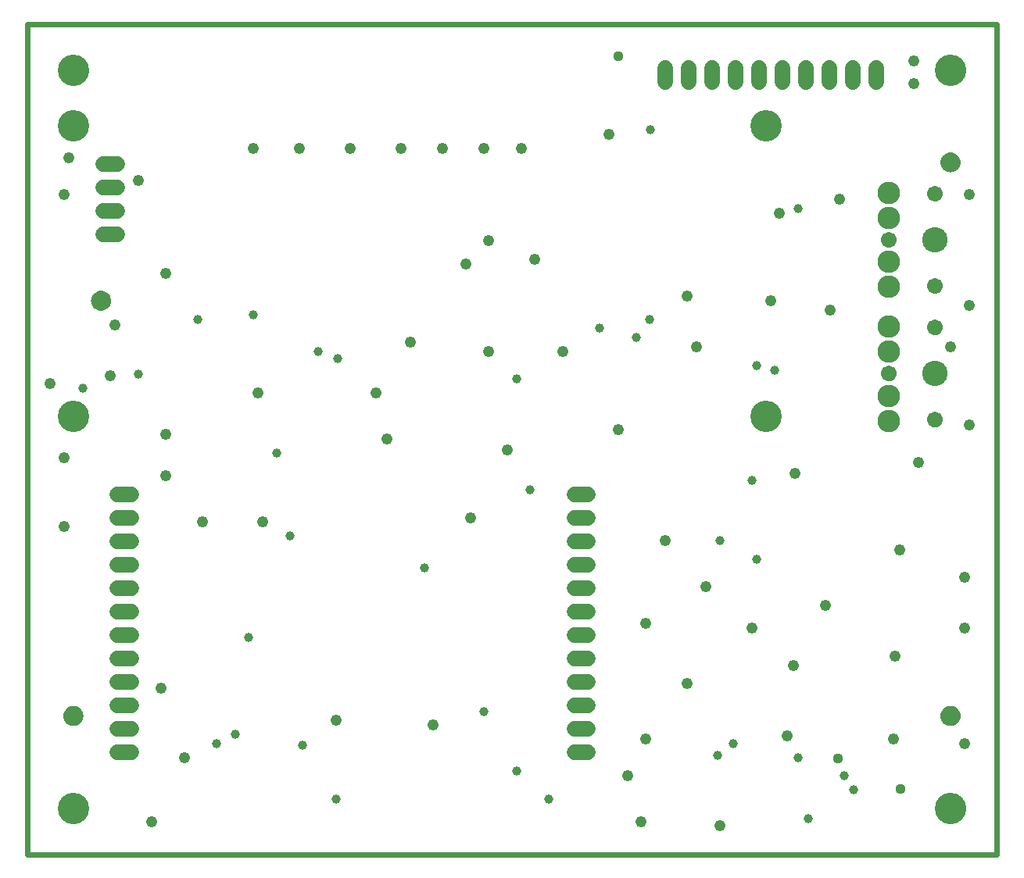
<source format=gbs>
G75*
%MOIN*%
%OFA0B0*%
%FSLAX25Y25*%
%IPPOS*%
%LPD*%
%AMOC8*
5,1,8,0,0,1.08239X$1,22.5*
%
%ADD10C,0.02400*%
%ADD11C,0.00000*%
%ADD12C,0.13398*%
%ADD13C,0.06737*%
%ADD14C,0.00500*%
%ADD15C,0.10800*%
%ADD16C,0.09658*%
%ADD17C,0.06706*%
%ADD18C,0.03900*%
%ADD19C,0.04762*%
%ADD20C,0.04369*%
D10*
X0002200Y0020744D02*
X0415586Y0020744D01*
X0415586Y0375075D01*
X0002200Y0375075D01*
X0002200Y0020744D01*
D11*
X0015586Y0040429D02*
X0015588Y0040587D01*
X0015594Y0040745D01*
X0015604Y0040903D01*
X0015618Y0041061D01*
X0015636Y0041218D01*
X0015657Y0041375D01*
X0015683Y0041531D01*
X0015713Y0041687D01*
X0015746Y0041842D01*
X0015784Y0041995D01*
X0015825Y0042148D01*
X0015870Y0042300D01*
X0015919Y0042451D01*
X0015972Y0042600D01*
X0016028Y0042748D01*
X0016088Y0042894D01*
X0016152Y0043039D01*
X0016220Y0043182D01*
X0016291Y0043324D01*
X0016365Y0043464D01*
X0016443Y0043601D01*
X0016525Y0043737D01*
X0016609Y0043871D01*
X0016698Y0044002D01*
X0016789Y0044131D01*
X0016884Y0044258D01*
X0016981Y0044383D01*
X0017082Y0044505D01*
X0017186Y0044624D01*
X0017293Y0044741D01*
X0017403Y0044855D01*
X0017516Y0044966D01*
X0017631Y0045075D01*
X0017749Y0045180D01*
X0017870Y0045282D01*
X0017993Y0045382D01*
X0018119Y0045478D01*
X0018247Y0045571D01*
X0018377Y0045661D01*
X0018510Y0045747D01*
X0018645Y0045831D01*
X0018781Y0045910D01*
X0018920Y0045987D01*
X0019061Y0046059D01*
X0019203Y0046129D01*
X0019347Y0046194D01*
X0019493Y0046256D01*
X0019640Y0046314D01*
X0019789Y0046369D01*
X0019939Y0046420D01*
X0020090Y0046467D01*
X0020242Y0046510D01*
X0020395Y0046549D01*
X0020550Y0046585D01*
X0020705Y0046616D01*
X0020861Y0046644D01*
X0021017Y0046668D01*
X0021174Y0046688D01*
X0021332Y0046704D01*
X0021489Y0046716D01*
X0021648Y0046724D01*
X0021806Y0046728D01*
X0021964Y0046728D01*
X0022122Y0046724D01*
X0022281Y0046716D01*
X0022438Y0046704D01*
X0022596Y0046688D01*
X0022753Y0046668D01*
X0022909Y0046644D01*
X0023065Y0046616D01*
X0023220Y0046585D01*
X0023375Y0046549D01*
X0023528Y0046510D01*
X0023680Y0046467D01*
X0023831Y0046420D01*
X0023981Y0046369D01*
X0024130Y0046314D01*
X0024277Y0046256D01*
X0024423Y0046194D01*
X0024567Y0046129D01*
X0024709Y0046059D01*
X0024850Y0045987D01*
X0024989Y0045910D01*
X0025125Y0045831D01*
X0025260Y0045747D01*
X0025393Y0045661D01*
X0025523Y0045571D01*
X0025651Y0045478D01*
X0025777Y0045382D01*
X0025900Y0045282D01*
X0026021Y0045180D01*
X0026139Y0045075D01*
X0026254Y0044966D01*
X0026367Y0044855D01*
X0026477Y0044741D01*
X0026584Y0044624D01*
X0026688Y0044505D01*
X0026789Y0044383D01*
X0026886Y0044258D01*
X0026981Y0044131D01*
X0027072Y0044002D01*
X0027161Y0043871D01*
X0027245Y0043737D01*
X0027327Y0043601D01*
X0027405Y0043464D01*
X0027479Y0043324D01*
X0027550Y0043182D01*
X0027618Y0043039D01*
X0027682Y0042894D01*
X0027742Y0042748D01*
X0027798Y0042600D01*
X0027851Y0042451D01*
X0027900Y0042300D01*
X0027945Y0042148D01*
X0027986Y0041995D01*
X0028024Y0041842D01*
X0028057Y0041687D01*
X0028087Y0041531D01*
X0028113Y0041375D01*
X0028134Y0041218D01*
X0028152Y0041061D01*
X0028166Y0040903D01*
X0028176Y0040745D01*
X0028182Y0040587D01*
X0028184Y0040429D01*
X0028182Y0040271D01*
X0028176Y0040113D01*
X0028166Y0039955D01*
X0028152Y0039797D01*
X0028134Y0039640D01*
X0028113Y0039483D01*
X0028087Y0039327D01*
X0028057Y0039171D01*
X0028024Y0039016D01*
X0027986Y0038863D01*
X0027945Y0038710D01*
X0027900Y0038558D01*
X0027851Y0038407D01*
X0027798Y0038258D01*
X0027742Y0038110D01*
X0027682Y0037964D01*
X0027618Y0037819D01*
X0027550Y0037676D01*
X0027479Y0037534D01*
X0027405Y0037394D01*
X0027327Y0037257D01*
X0027245Y0037121D01*
X0027161Y0036987D01*
X0027072Y0036856D01*
X0026981Y0036727D01*
X0026886Y0036600D01*
X0026789Y0036475D01*
X0026688Y0036353D01*
X0026584Y0036234D01*
X0026477Y0036117D01*
X0026367Y0036003D01*
X0026254Y0035892D01*
X0026139Y0035783D01*
X0026021Y0035678D01*
X0025900Y0035576D01*
X0025777Y0035476D01*
X0025651Y0035380D01*
X0025523Y0035287D01*
X0025393Y0035197D01*
X0025260Y0035111D01*
X0025125Y0035027D01*
X0024989Y0034948D01*
X0024850Y0034871D01*
X0024709Y0034799D01*
X0024567Y0034729D01*
X0024423Y0034664D01*
X0024277Y0034602D01*
X0024130Y0034544D01*
X0023981Y0034489D01*
X0023831Y0034438D01*
X0023680Y0034391D01*
X0023528Y0034348D01*
X0023375Y0034309D01*
X0023220Y0034273D01*
X0023065Y0034242D01*
X0022909Y0034214D01*
X0022753Y0034190D01*
X0022596Y0034170D01*
X0022438Y0034154D01*
X0022281Y0034142D01*
X0022122Y0034134D01*
X0021964Y0034130D01*
X0021806Y0034130D01*
X0021648Y0034134D01*
X0021489Y0034142D01*
X0021332Y0034154D01*
X0021174Y0034170D01*
X0021017Y0034190D01*
X0020861Y0034214D01*
X0020705Y0034242D01*
X0020550Y0034273D01*
X0020395Y0034309D01*
X0020242Y0034348D01*
X0020090Y0034391D01*
X0019939Y0034438D01*
X0019789Y0034489D01*
X0019640Y0034544D01*
X0019493Y0034602D01*
X0019347Y0034664D01*
X0019203Y0034729D01*
X0019061Y0034799D01*
X0018920Y0034871D01*
X0018781Y0034948D01*
X0018645Y0035027D01*
X0018510Y0035111D01*
X0018377Y0035197D01*
X0018247Y0035287D01*
X0018119Y0035380D01*
X0017993Y0035476D01*
X0017870Y0035576D01*
X0017749Y0035678D01*
X0017631Y0035783D01*
X0017516Y0035892D01*
X0017403Y0036003D01*
X0017293Y0036117D01*
X0017186Y0036234D01*
X0017082Y0036353D01*
X0016981Y0036475D01*
X0016884Y0036600D01*
X0016789Y0036727D01*
X0016698Y0036856D01*
X0016609Y0036987D01*
X0016525Y0037121D01*
X0016443Y0037257D01*
X0016365Y0037394D01*
X0016291Y0037534D01*
X0016220Y0037676D01*
X0016152Y0037819D01*
X0016088Y0037964D01*
X0016028Y0038110D01*
X0015972Y0038258D01*
X0015919Y0038407D01*
X0015870Y0038558D01*
X0015825Y0038710D01*
X0015784Y0038863D01*
X0015746Y0039016D01*
X0015713Y0039171D01*
X0015683Y0039327D01*
X0015657Y0039483D01*
X0015636Y0039640D01*
X0015618Y0039797D01*
X0015604Y0039955D01*
X0015594Y0040113D01*
X0015588Y0040271D01*
X0015586Y0040429D01*
X0015586Y0207752D02*
X0015588Y0207910D01*
X0015594Y0208068D01*
X0015604Y0208226D01*
X0015618Y0208384D01*
X0015636Y0208541D01*
X0015657Y0208698D01*
X0015683Y0208854D01*
X0015713Y0209010D01*
X0015746Y0209165D01*
X0015784Y0209318D01*
X0015825Y0209471D01*
X0015870Y0209623D01*
X0015919Y0209774D01*
X0015972Y0209923D01*
X0016028Y0210071D01*
X0016088Y0210217D01*
X0016152Y0210362D01*
X0016220Y0210505D01*
X0016291Y0210647D01*
X0016365Y0210787D01*
X0016443Y0210924D01*
X0016525Y0211060D01*
X0016609Y0211194D01*
X0016698Y0211325D01*
X0016789Y0211454D01*
X0016884Y0211581D01*
X0016981Y0211706D01*
X0017082Y0211828D01*
X0017186Y0211947D01*
X0017293Y0212064D01*
X0017403Y0212178D01*
X0017516Y0212289D01*
X0017631Y0212398D01*
X0017749Y0212503D01*
X0017870Y0212605D01*
X0017993Y0212705D01*
X0018119Y0212801D01*
X0018247Y0212894D01*
X0018377Y0212984D01*
X0018510Y0213070D01*
X0018645Y0213154D01*
X0018781Y0213233D01*
X0018920Y0213310D01*
X0019061Y0213382D01*
X0019203Y0213452D01*
X0019347Y0213517D01*
X0019493Y0213579D01*
X0019640Y0213637D01*
X0019789Y0213692D01*
X0019939Y0213743D01*
X0020090Y0213790D01*
X0020242Y0213833D01*
X0020395Y0213872D01*
X0020550Y0213908D01*
X0020705Y0213939D01*
X0020861Y0213967D01*
X0021017Y0213991D01*
X0021174Y0214011D01*
X0021332Y0214027D01*
X0021489Y0214039D01*
X0021648Y0214047D01*
X0021806Y0214051D01*
X0021964Y0214051D01*
X0022122Y0214047D01*
X0022281Y0214039D01*
X0022438Y0214027D01*
X0022596Y0214011D01*
X0022753Y0213991D01*
X0022909Y0213967D01*
X0023065Y0213939D01*
X0023220Y0213908D01*
X0023375Y0213872D01*
X0023528Y0213833D01*
X0023680Y0213790D01*
X0023831Y0213743D01*
X0023981Y0213692D01*
X0024130Y0213637D01*
X0024277Y0213579D01*
X0024423Y0213517D01*
X0024567Y0213452D01*
X0024709Y0213382D01*
X0024850Y0213310D01*
X0024989Y0213233D01*
X0025125Y0213154D01*
X0025260Y0213070D01*
X0025393Y0212984D01*
X0025523Y0212894D01*
X0025651Y0212801D01*
X0025777Y0212705D01*
X0025900Y0212605D01*
X0026021Y0212503D01*
X0026139Y0212398D01*
X0026254Y0212289D01*
X0026367Y0212178D01*
X0026477Y0212064D01*
X0026584Y0211947D01*
X0026688Y0211828D01*
X0026789Y0211706D01*
X0026886Y0211581D01*
X0026981Y0211454D01*
X0027072Y0211325D01*
X0027161Y0211194D01*
X0027245Y0211060D01*
X0027327Y0210924D01*
X0027405Y0210787D01*
X0027479Y0210647D01*
X0027550Y0210505D01*
X0027618Y0210362D01*
X0027682Y0210217D01*
X0027742Y0210071D01*
X0027798Y0209923D01*
X0027851Y0209774D01*
X0027900Y0209623D01*
X0027945Y0209471D01*
X0027986Y0209318D01*
X0028024Y0209165D01*
X0028057Y0209010D01*
X0028087Y0208854D01*
X0028113Y0208698D01*
X0028134Y0208541D01*
X0028152Y0208384D01*
X0028166Y0208226D01*
X0028176Y0208068D01*
X0028182Y0207910D01*
X0028184Y0207752D01*
X0028182Y0207594D01*
X0028176Y0207436D01*
X0028166Y0207278D01*
X0028152Y0207120D01*
X0028134Y0206963D01*
X0028113Y0206806D01*
X0028087Y0206650D01*
X0028057Y0206494D01*
X0028024Y0206339D01*
X0027986Y0206186D01*
X0027945Y0206033D01*
X0027900Y0205881D01*
X0027851Y0205730D01*
X0027798Y0205581D01*
X0027742Y0205433D01*
X0027682Y0205287D01*
X0027618Y0205142D01*
X0027550Y0204999D01*
X0027479Y0204857D01*
X0027405Y0204717D01*
X0027327Y0204580D01*
X0027245Y0204444D01*
X0027161Y0204310D01*
X0027072Y0204179D01*
X0026981Y0204050D01*
X0026886Y0203923D01*
X0026789Y0203798D01*
X0026688Y0203676D01*
X0026584Y0203557D01*
X0026477Y0203440D01*
X0026367Y0203326D01*
X0026254Y0203215D01*
X0026139Y0203106D01*
X0026021Y0203001D01*
X0025900Y0202899D01*
X0025777Y0202799D01*
X0025651Y0202703D01*
X0025523Y0202610D01*
X0025393Y0202520D01*
X0025260Y0202434D01*
X0025125Y0202350D01*
X0024989Y0202271D01*
X0024850Y0202194D01*
X0024709Y0202122D01*
X0024567Y0202052D01*
X0024423Y0201987D01*
X0024277Y0201925D01*
X0024130Y0201867D01*
X0023981Y0201812D01*
X0023831Y0201761D01*
X0023680Y0201714D01*
X0023528Y0201671D01*
X0023375Y0201632D01*
X0023220Y0201596D01*
X0023065Y0201565D01*
X0022909Y0201537D01*
X0022753Y0201513D01*
X0022596Y0201493D01*
X0022438Y0201477D01*
X0022281Y0201465D01*
X0022122Y0201457D01*
X0021964Y0201453D01*
X0021806Y0201453D01*
X0021648Y0201457D01*
X0021489Y0201465D01*
X0021332Y0201477D01*
X0021174Y0201493D01*
X0021017Y0201513D01*
X0020861Y0201537D01*
X0020705Y0201565D01*
X0020550Y0201596D01*
X0020395Y0201632D01*
X0020242Y0201671D01*
X0020090Y0201714D01*
X0019939Y0201761D01*
X0019789Y0201812D01*
X0019640Y0201867D01*
X0019493Y0201925D01*
X0019347Y0201987D01*
X0019203Y0202052D01*
X0019061Y0202122D01*
X0018920Y0202194D01*
X0018781Y0202271D01*
X0018645Y0202350D01*
X0018510Y0202434D01*
X0018377Y0202520D01*
X0018247Y0202610D01*
X0018119Y0202703D01*
X0017993Y0202799D01*
X0017870Y0202899D01*
X0017749Y0203001D01*
X0017631Y0203106D01*
X0017516Y0203215D01*
X0017403Y0203326D01*
X0017293Y0203440D01*
X0017186Y0203557D01*
X0017082Y0203676D01*
X0016981Y0203798D01*
X0016884Y0203923D01*
X0016789Y0204050D01*
X0016698Y0204179D01*
X0016609Y0204310D01*
X0016525Y0204444D01*
X0016443Y0204580D01*
X0016365Y0204717D01*
X0016291Y0204857D01*
X0016220Y0204999D01*
X0016152Y0205142D01*
X0016088Y0205287D01*
X0016028Y0205433D01*
X0015972Y0205581D01*
X0015919Y0205730D01*
X0015870Y0205881D01*
X0015825Y0206033D01*
X0015784Y0206186D01*
X0015746Y0206339D01*
X0015713Y0206494D01*
X0015683Y0206650D01*
X0015657Y0206806D01*
X0015636Y0206963D01*
X0015618Y0207120D01*
X0015604Y0207278D01*
X0015594Y0207436D01*
X0015588Y0207594D01*
X0015586Y0207752D01*
X0015586Y0331768D02*
X0015588Y0331926D01*
X0015594Y0332084D01*
X0015604Y0332242D01*
X0015618Y0332400D01*
X0015636Y0332557D01*
X0015657Y0332714D01*
X0015683Y0332870D01*
X0015713Y0333026D01*
X0015746Y0333181D01*
X0015784Y0333334D01*
X0015825Y0333487D01*
X0015870Y0333639D01*
X0015919Y0333790D01*
X0015972Y0333939D01*
X0016028Y0334087D01*
X0016088Y0334233D01*
X0016152Y0334378D01*
X0016220Y0334521D01*
X0016291Y0334663D01*
X0016365Y0334803D01*
X0016443Y0334940D01*
X0016525Y0335076D01*
X0016609Y0335210D01*
X0016698Y0335341D01*
X0016789Y0335470D01*
X0016884Y0335597D01*
X0016981Y0335722D01*
X0017082Y0335844D01*
X0017186Y0335963D01*
X0017293Y0336080D01*
X0017403Y0336194D01*
X0017516Y0336305D01*
X0017631Y0336414D01*
X0017749Y0336519D01*
X0017870Y0336621D01*
X0017993Y0336721D01*
X0018119Y0336817D01*
X0018247Y0336910D01*
X0018377Y0337000D01*
X0018510Y0337086D01*
X0018645Y0337170D01*
X0018781Y0337249D01*
X0018920Y0337326D01*
X0019061Y0337398D01*
X0019203Y0337468D01*
X0019347Y0337533D01*
X0019493Y0337595D01*
X0019640Y0337653D01*
X0019789Y0337708D01*
X0019939Y0337759D01*
X0020090Y0337806D01*
X0020242Y0337849D01*
X0020395Y0337888D01*
X0020550Y0337924D01*
X0020705Y0337955D01*
X0020861Y0337983D01*
X0021017Y0338007D01*
X0021174Y0338027D01*
X0021332Y0338043D01*
X0021489Y0338055D01*
X0021648Y0338063D01*
X0021806Y0338067D01*
X0021964Y0338067D01*
X0022122Y0338063D01*
X0022281Y0338055D01*
X0022438Y0338043D01*
X0022596Y0338027D01*
X0022753Y0338007D01*
X0022909Y0337983D01*
X0023065Y0337955D01*
X0023220Y0337924D01*
X0023375Y0337888D01*
X0023528Y0337849D01*
X0023680Y0337806D01*
X0023831Y0337759D01*
X0023981Y0337708D01*
X0024130Y0337653D01*
X0024277Y0337595D01*
X0024423Y0337533D01*
X0024567Y0337468D01*
X0024709Y0337398D01*
X0024850Y0337326D01*
X0024989Y0337249D01*
X0025125Y0337170D01*
X0025260Y0337086D01*
X0025393Y0337000D01*
X0025523Y0336910D01*
X0025651Y0336817D01*
X0025777Y0336721D01*
X0025900Y0336621D01*
X0026021Y0336519D01*
X0026139Y0336414D01*
X0026254Y0336305D01*
X0026367Y0336194D01*
X0026477Y0336080D01*
X0026584Y0335963D01*
X0026688Y0335844D01*
X0026789Y0335722D01*
X0026886Y0335597D01*
X0026981Y0335470D01*
X0027072Y0335341D01*
X0027161Y0335210D01*
X0027245Y0335076D01*
X0027327Y0334940D01*
X0027405Y0334803D01*
X0027479Y0334663D01*
X0027550Y0334521D01*
X0027618Y0334378D01*
X0027682Y0334233D01*
X0027742Y0334087D01*
X0027798Y0333939D01*
X0027851Y0333790D01*
X0027900Y0333639D01*
X0027945Y0333487D01*
X0027986Y0333334D01*
X0028024Y0333181D01*
X0028057Y0333026D01*
X0028087Y0332870D01*
X0028113Y0332714D01*
X0028134Y0332557D01*
X0028152Y0332400D01*
X0028166Y0332242D01*
X0028176Y0332084D01*
X0028182Y0331926D01*
X0028184Y0331768D01*
X0028182Y0331610D01*
X0028176Y0331452D01*
X0028166Y0331294D01*
X0028152Y0331136D01*
X0028134Y0330979D01*
X0028113Y0330822D01*
X0028087Y0330666D01*
X0028057Y0330510D01*
X0028024Y0330355D01*
X0027986Y0330202D01*
X0027945Y0330049D01*
X0027900Y0329897D01*
X0027851Y0329746D01*
X0027798Y0329597D01*
X0027742Y0329449D01*
X0027682Y0329303D01*
X0027618Y0329158D01*
X0027550Y0329015D01*
X0027479Y0328873D01*
X0027405Y0328733D01*
X0027327Y0328596D01*
X0027245Y0328460D01*
X0027161Y0328326D01*
X0027072Y0328195D01*
X0026981Y0328066D01*
X0026886Y0327939D01*
X0026789Y0327814D01*
X0026688Y0327692D01*
X0026584Y0327573D01*
X0026477Y0327456D01*
X0026367Y0327342D01*
X0026254Y0327231D01*
X0026139Y0327122D01*
X0026021Y0327017D01*
X0025900Y0326915D01*
X0025777Y0326815D01*
X0025651Y0326719D01*
X0025523Y0326626D01*
X0025393Y0326536D01*
X0025260Y0326450D01*
X0025125Y0326366D01*
X0024989Y0326287D01*
X0024850Y0326210D01*
X0024709Y0326138D01*
X0024567Y0326068D01*
X0024423Y0326003D01*
X0024277Y0325941D01*
X0024130Y0325883D01*
X0023981Y0325828D01*
X0023831Y0325777D01*
X0023680Y0325730D01*
X0023528Y0325687D01*
X0023375Y0325648D01*
X0023220Y0325612D01*
X0023065Y0325581D01*
X0022909Y0325553D01*
X0022753Y0325529D01*
X0022596Y0325509D01*
X0022438Y0325493D01*
X0022281Y0325481D01*
X0022122Y0325473D01*
X0021964Y0325469D01*
X0021806Y0325469D01*
X0021648Y0325473D01*
X0021489Y0325481D01*
X0021332Y0325493D01*
X0021174Y0325509D01*
X0021017Y0325529D01*
X0020861Y0325553D01*
X0020705Y0325581D01*
X0020550Y0325612D01*
X0020395Y0325648D01*
X0020242Y0325687D01*
X0020090Y0325730D01*
X0019939Y0325777D01*
X0019789Y0325828D01*
X0019640Y0325883D01*
X0019493Y0325941D01*
X0019347Y0326003D01*
X0019203Y0326068D01*
X0019061Y0326138D01*
X0018920Y0326210D01*
X0018781Y0326287D01*
X0018645Y0326366D01*
X0018510Y0326450D01*
X0018377Y0326536D01*
X0018247Y0326626D01*
X0018119Y0326719D01*
X0017993Y0326815D01*
X0017870Y0326915D01*
X0017749Y0327017D01*
X0017631Y0327122D01*
X0017516Y0327231D01*
X0017403Y0327342D01*
X0017293Y0327456D01*
X0017186Y0327573D01*
X0017082Y0327692D01*
X0016981Y0327814D01*
X0016884Y0327939D01*
X0016789Y0328066D01*
X0016698Y0328195D01*
X0016609Y0328326D01*
X0016525Y0328460D01*
X0016443Y0328596D01*
X0016365Y0328733D01*
X0016291Y0328873D01*
X0016220Y0329015D01*
X0016152Y0329158D01*
X0016088Y0329303D01*
X0016028Y0329449D01*
X0015972Y0329597D01*
X0015919Y0329746D01*
X0015870Y0329897D01*
X0015825Y0330049D01*
X0015784Y0330202D01*
X0015746Y0330355D01*
X0015713Y0330510D01*
X0015683Y0330666D01*
X0015657Y0330822D01*
X0015636Y0330979D01*
X0015618Y0331136D01*
X0015604Y0331294D01*
X0015594Y0331452D01*
X0015588Y0331610D01*
X0015586Y0331768D01*
X0015586Y0355390D02*
X0015588Y0355548D01*
X0015594Y0355706D01*
X0015604Y0355864D01*
X0015618Y0356022D01*
X0015636Y0356179D01*
X0015657Y0356336D01*
X0015683Y0356492D01*
X0015713Y0356648D01*
X0015746Y0356803D01*
X0015784Y0356956D01*
X0015825Y0357109D01*
X0015870Y0357261D01*
X0015919Y0357412D01*
X0015972Y0357561D01*
X0016028Y0357709D01*
X0016088Y0357855D01*
X0016152Y0358000D01*
X0016220Y0358143D01*
X0016291Y0358285D01*
X0016365Y0358425D01*
X0016443Y0358562D01*
X0016525Y0358698D01*
X0016609Y0358832D01*
X0016698Y0358963D01*
X0016789Y0359092D01*
X0016884Y0359219D01*
X0016981Y0359344D01*
X0017082Y0359466D01*
X0017186Y0359585D01*
X0017293Y0359702D01*
X0017403Y0359816D01*
X0017516Y0359927D01*
X0017631Y0360036D01*
X0017749Y0360141D01*
X0017870Y0360243D01*
X0017993Y0360343D01*
X0018119Y0360439D01*
X0018247Y0360532D01*
X0018377Y0360622D01*
X0018510Y0360708D01*
X0018645Y0360792D01*
X0018781Y0360871D01*
X0018920Y0360948D01*
X0019061Y0361020D01*
X0019203Y0361090D01*
X0019347Y0361155D01*
X0019493Y0361217D01*
X0019640Y0361275D01*
X0019789Y0361330D01*
X0019939Y0361381D01*
X0020090Y0361428D01*
X0020242Y0361471D01*
X0020395Y0361510D01*
X0020550Y0361546D01*
X0020705Y0361577D01*
X0020861Y0361605D01*
X0021017Y0361629D01*
X0021174Y0361649D01*
X0021332Y0361665D01*
X0021489Y0361677D01*
X0021648Y0361685D01*
X0021806Y0361689D01*
X0021964Y0361689D01*
X0022122Y0361685D01*
X0022281Y0361677D01*
X0022438Y0361665D01*
X0022596Y0361649D01*
X0022753Y0361629D01*
X0022909Y0361605D01*
X0023065Y0361577D01*
X0023220Y0361546D01*
X0023375Y0361510D01*
X0023528Y0361471D01*
X0023680Y0361428D01*
X0023831Y0361381D01*
X0023981Y0361330D01*
X0024130Y0361275D01*
X0024277Y0361217D01*
X0024423Y0361155D01*
X0024567Y0361090D01*
X0024709Y0361020D01*
X0024850Y0360948D01*
X0024989Y0360871D01*
X0025125Y0360792D01*
X0025260Y0360708D01*
X0025393Y0360622D01*
X0025523Y0360532D01*
X0025651Y0360439D01*
X0025777Y0360343D01*
X0025900Y0360243D01*
X0026021Y0360141D01*
X0026139Y0360036D01*
X0026254Y0359927D01*
X0026367Y0359816D01*
X0026477Y0359702D01*
X0026584Y0359585D01*
X0026688Y0359466D01*
X0026789Y0359344D01*
X0026886Y0359219D01*
X0026981Y0359092D01*
X0027072Y0358963D01*
X0027161Y0358832D01*
X0027245Y0358698D01*
X0027327Y0358562D01*
X0027405Y0358425D01*
X0027479Y0358285D01*
X0027550Y0358143D01*
X0027618Y0358000D01*
X0027682Y0357855D01*
X0027742Y0357709D01*
X0027798Y0357561D01*
X0027851Y0357412D01*
X0027900Y0357261D01*
X0027945Y0357109D01*
X0027986Y0356956D01*
X0028024Y0356803D01*
X0028057Y0356648D01*
X0028087Y0356492D01*
X0028113Y0356336D01*
X0028134Y0356179D01*
X0028152Y0356022D01*
X0028166Y0355864D01*
X0028176Y0355706D01*
X0028182Y0355548D01*
X0028184Y0355390D01*
X0028182Y0355232D01*
X0028176Y0355074D01*
X0028166Y0354916D01*
X0028152Y0354758D01*
X0028134Y0354601D01*
X0028113Y0354444D01*
X0028087Y0354288D01*
X0028057Y0354132D01*
X0028024Y0353977D01*
X0027986Y0353824D01*
X0027945Y0353671D01*
X0027900Y0353519D01*
X0027851Y0353368D01*
X0027798Y0353219D01*
X0027742Y0353071D01*
X0027682Y0352925D01*
X0027618Y0352780D01*
X0027550Y0352637D01*
X0027479Y0352495D01*
X0027405Y0352355D01*
X0027327Y0352218D01*
X0027245Y0352082D01*
X0027161Y0351948D01*
X0027072Y0351817D01*
X0026981Y0351688D01*
X0026886Y0351561D01*
X0026789Y0351436D01*
X0026688Y0351314D01*
X0026584Y0351195D01*
X0026477Y0351078D01*
X0026367Y0350964D01*
X0026254Y0350853D01*
X0026139Y0350744D01*
X0026021Y0350639D01*
X0025900Y0350537D01*
X0025777Y0350437D01*
X0025651Y0350341D01*
X0025523Y0350248D01*
X0025393Y0350158D01*
X0025260Y0350072D01*
X0025125Y0349988D01*
X0024989Y0349909D01*
X0024850Y0349832D01*
X0024709Y0349760D01*
X0024567Y0349690D01*
X0024423Y0349625D01*
X0024277Y0349563D01*
X0024130Y0349505D01*
X0023981Y0349450D01*
X0023831Y0349399D01*
X0023680Y0349352D01*
X0023528Y0349309D01*
X0023375Y0349270D01*
X0023220Y0349234D01*
X0023065Y0349203D01*
X0022909Y0349175D01*
X0022753Y0349151D01*
X0022596Y0349131D01*
X0022438Y0349115D01*
X0022281Y0349103D01*
X0022122Y0349095D01*
X0021964Y0349091D01*
X0021806Y0349091D01*
X0021648Y0349095D01*
X0021489Y0349103D01*
X0021332Y0349115D01*
X0021174Y0349131D01*
X0021017Y0349151D01*
X0020861Y0349175D01*
X0020705Y0349203D01*
X0020550Y0349234D01*
X0020395Y0349270D01*
X0020242Y0349309D01*
X0020090Y0349352D01*
X0019939Y0349399D01*
X0019789Y0349450D01*
X0019640Y0349505D01*
X0019493Y0349563D01*
X0019347Y0349625D01*
X0019203Y0349690D01*
X0019061Y0349760D01*
X0018920Y0349832D01*
X0018781Y0349909D01*
X0018645Y0349988D01*
X0018510Y0350072D01*
X0018377Y0350158D01*
X0018247Y0350248D01*
X0018119Y0350341D01*
X0017993Y0350437D01*
X0017870Y0350537D01*
X0017749Y0350639D01*
X0017631Y0350744D01*
X0017516Y0350853D01*
X0017403Y0350964D01*
X0017293Y0351078D01*
X0017186Y0351195D01*
X0017082Y0351314D01*
X0016981Y0351436D01*
X0016884Y0351561D01*
X0016789Y0351688D01*
X0016698Y0351817D01*
X0016609Y0351948D01*
X0016525Y0352082D01*
X0016443Y0352218D01*
X0016365Y0352355D01*
X0016291Y0352495D01*
X0016220Y0352637D01*
X0016152Y0352780D01*
X0016088Y0352925D01*
X0016028Y0353071D01*
X0015972Y0353219D01*
X0015919Y0353368D01*
X0015870Y0353519D01*
X0015825Y0353671D01*
X0015784Y0353824D01*
X0015746Y0353977D01*
X0015713Y0354132D01*
X0015683Y0354288D01*
X0015657Y0354444D01*
X0015636Y0354601D01*
X0015618Y0354758D01*
X0015604Y0354916D01*
X0015594Y0355074D01*
X0015588Y0355232D01*
X0015586Y0355390D01*
X0310862Y0331768D02*
X0310864Y0331926D01*
X0310870Y0332084D01*
X0310880Y0332242D01*
X0310894Y0332400D01*
X0310912Y0332557D01*
X0310933Y0332714D01*
X0310959Y0332870D01*
X0310989Y0333026D01*
X0311022Y0333181D01*
X0311060Y0333334D01*
X0311101Y0333487D01*
X0311146Y0333639D01*
X0311195Y0333790D01*
X0311248Y0333939D01*
X0311304Y0334087D01*
X0311364Y0334233D01*
X0311428Y0334378D01*
X0311496Y0334521D01*
X0311567Y0334663D01*
X0311641Y0334803D01*
X0311719Y0334940D01*
X0311801Y0335076D01*
X0311885Y0335210D01*
X0311974Y0335341D01*
X0312065Y0335470D01*
X0312160Y0335597D01*
X0312257Y0335722D01*
X0312358Y0335844D01*
X0312462Y0335963D01*
X0312569Y0336080D01*
X0312679Y0336194D01*
X0312792Y0336305D01*
X0312907Y0336414D01*
X0313025Y0336519D01*
X0313146Y0336621D01*
X0313269Y0336721D01*
X0313395Y0336817D01*
X0313523Y0336910D01*
X0313653Y0337000D01*
X0313786Y0337086D01*
X0313921Y0337170D01*
X0314057Y0337249D01*
X0314196Y0337326D01*
X0314337Y0337398D01*
X0314479Y0337468D01*
X0314623Y0337533D01*
X0314769Y0337595D01*
X0314916Y0337653D01*
X0315065Y0337708D01*
X0315215Y0337759D01*
X0315366Y0337806D01*
X0315518Y0337849D01*
X0315671Y0337888D01*
X0315826Y0337924D01*
X0315981Y0337955D01*
X0316137Y0337983D01*
X0316293Y0338007D01*
X0316450Y0338027D01*
X0316608Y0338043D01*
X0316765Y0338055D01*
X0316924Y0338063D01*
X0317082Y0338067D01*
X0317240Y0338067D01*
X0317398Y0338063D01*
X0317557Y0338055D01*
X0317714Y0338043D01*
X0317872Y0338027D01*
X0318029Y0338007D01*
X0318185Y0337983D01*
X0318341Y0337955D01*
X0318496Y0337924D01*
X0318651Y0337888D01*
X0318804Y0337849D01*
X0318956Y0337806D01*
X0319107Y0337759D01*
X0319257Y0337708D01*
X0319406Y0337653D01*
X0319553Y0337595D01*
X0319699Y0337533D01*
X0319843Y0337468D01*
X0319985Y0337398D01*
X0320126Y0337326D01*
X0320265Y0337249D01*
X0320401Y0337170D01*
X0320536Y0337086D01*
X0320669Y0337000D01*
X0320799Y0336910D01*
X0320927Y0336817D01*
X0321053Y0336721D01*
X0321176Y0336621D01*
X0321297Y0336519D01*
X0321415Y0336414D01*
X0321530Y0336305D01*
X0321643Y0336194D01*
X0321753Y0336080D01*
X0321860Y0335963D01*
X0321964Y0335844D01*
X0322065Y0335722D01*
X0322162Y0335597D01*
X0322257Y0335470D01*
X0322348Y0335341D01*
X0322437Y0335210D01*
X0322521Y0335076D01*
X0322603Y0334940D01*
X0322681Y0334803D01*
X0322755Y0334663D01*
X0322826Y0334521D01*
X0322894Y0334378D01*
X0322958Y0334233D01*
X0323018Y0334087D01*
X0323074Y0333939D01*
X0323127Y0333790D01*
X0323176Y0333639D01*
X0323221Y0333487D01*
X0323262Y0333334D01*
X0323300Y0333181D01*
X0323333Y0333026D01*
X0323363Y0332870D01*
X0323389Y0332714D01*
X0323410Y0332557D01*
X0323428Y0332400D01*
X0323442Y0332242D01*
X0323452Y0332084D01*
X0323458Y0331926D01*
X0323460Y0331768D01*
X0323458Y0331610D01*
X0323452Y0331452D01*
X0323442Y0331294D01*
X0323428Y0331136D01*
X0323410Y0330979D01*
X0323389Y0330822D01*
X0323363Y0330666D01*
X0323333Y0330510D01*
X0323300Y0330355D01*
X0323262Y0330202D01*
X0323221Y0330049D01*
X0323176Y0329897D01*
X0323127Y0329746D01*
X0323074Y0329597D01*
X0323018Y0329449D01*
X0322958Y0329303D01*
X0322894Y0329158D01*
X0322826Y0329015D01*
X0322755Y0328873D01*
X0322681Y0328733D01*
X0322603Y0328596D01*
X0322521Y0328460D01*
X0322437Y0328326D01*
X0322348Y0328195D01*
X0322257Y0328066D01*
X0322162Y0327939D01*
X0322065Y0327814D01*
X0321964Y0327692D01*
X0321860Y0327573D01*
X0321753Y0327456D01*
X0321643Y0327342D01*
X0321530Y0327231D01*
X0321415Y0327122D01*
X0321297Y0327017D01*
X0321176Y0326915D01*
X0321053Y0326815D01*
X0320927Y0326719D01*
X0320799Y0326626D01*
X0320669Y0326536D01*
X0320536Y0326450D01*
X0320401Y0326366D01*
X0320265Y0326287D01*
X0320126Y0326210D01*
X0319985Y0326138D01*
X0319843Y0326068D01*
X0319699Y0326003D01*
X0319553Y0325941D01*
X0319406Y0325883D01*
X0319257Y0325828D01*
X0319107Y0325777D01*
X0318956Y0325730D01*
X0318804Y0325687D01*
X0318651Y0325648D01*
X0318496Y0325612D01*
X0318341Y0325581D01*
X0318185Y0325553D01*
X0318029Y0325529D01*
X0317872Y0325509D01*
X0317714Y0325493D01*
X0317557Y0325481D01*
X0317398Y0325473D01*
X0317240Y0325469D01*
X0317082Y0325469D01*
X0316924Y0325473D01*
X0316765Y0325481D01*
X0316608Y0325493D01*
X0316450Y0325509D01*
X0316293Y0325529D01*
X0316137Y0325553D01*
X0315981Y0325581D01*
X0315826Y0325612D01*
X0315671Y0325648D01*
X0315518Y0325687D01*
X0315366Y0325730D01*
X0315215Y0325777D01*
X0315065Y0325828D01*
X0314916Y0325883D01*
X0314769Y0325941D01*
X0314623Y0326003D01*
X0314479Y0326068D01*
X0314337Y0326138D01*
X0314196Y0326210D01*
X0314057Y0326287D01*
X0313921Y0326366D01*
X0313786Y0326450D01*
X0313653Y0326536D01*
X0313523Y0326626D01*
X0313395Y0326719D01*
X0313269Y0326815D01*
X0313146Y0326915D01*
X0313025Y0327017D01*
X0312907Y0327122D01*
X0312792Y0327231D01*
X0312679Y0327342D01*
X0312569Y0327456D01*
X0312462Y0327573D01*
X0312358Y0327692D01*
X0312257Y0327814D01*
X0312160Y0327939D01*
X0312065Y0328066D01*
X0311974Y0328195D01*
X0311885Y0328326D01*
X0311801Y0328460D01*
X0311719Y0328596D01*
X0311641Y0328733D01*
X0311567Y0328873D01*
X0311496Y0329015D01*
X0311428Y0329158D01*
X0311364Y0329303D01*
X0311304Y0329449D01*
X0311248Y0329597D01*
X0311195Y0329746D01*
X0311146Y0329897D01*
X0311101Y0330049D01*
X0311060Y0330202D01*
X0311022Y0330355D01*
X0310989Y0330510D01*
X0310959Y0330666D01*
X0310933Y0330822D01*
X0310912Y0330979D01*
X0310894Y0331136D01*
X0310880Y0331294D01*
X0310870Y0331452D01*
X0310864Y0331610D01*
X0310862Y0331768D01*
X0366570Y0282949D02*
X0366572Y0283057D01*
X0366578Y0283166D01*
X0366588Y0283274D01*
X0366602Y0283381D01*
X0366620Y0283488D01*
X0366641Y0283595D01*
X0366667Y0283700D01*
X0366697Y0283805D01*
X0366730Y0283908D01*
X0366767Y0284010D01*
X0366808Y0284110D01*
X0366852Y0284209D01*
X0366901Y0284307D01*
X0366952Y0284402D01*
X0367007Y0284495D01*
X0367066Y0284587D01*
X0367128Y0284676D01*
X0367193Y0284763D01*
X0367261Y0284847D01*
X0367332Y0284929D01*
X0367406Y0285008D01*
X0367483Y0285084D01*
X0367563Y0285158D01*
X0367646Y0285228D01*
X0367731Y0285296D01*
X0367818Y0285360D01*
X0367908Y0285421D01*
X0368000Y0285479D01*
X0368094Y0285533D01*
X0368190Y0285584D01*
X0368287Y0285631D01*
X0368387Y0285675D01*
X0368488Y0285715D01*
X0368590Y0285751D01*
X0368693Y0285783D01*
X0368798Y0285812D01*
X0368904Y0285836D01*
X0369010Y0285857D01*
X0369117Y0285874D01*
X0369225Y0285887D01*
X0369333Y0285896D01*
X0369442Y0285901D01*
X0369550Y0285902D01*
X0369659Y0285899D01*
X0369767Y0285892D01*
X0369875Y0285881D01*
X0369982Y0285866D01*
X0370089Y0285847D01*
X0370195Y0285824D01*
X0370300Y0285798D01*
X0370405Y0285767D01*
X0370507Y0285733D01*
X0370609Y0285695D01*
X0370709Y0285653D01*
X0370808Y0285608D01*
X0370905Y0285559D01*
X0370999Y0285506D01*
X0371092Y0285450D01*
X0371183Y0285391D01*
X0371272Y0285328D01*
X0371358Y0285263D01*
X0371442Y0285194D01*
X0371523Y0285122D01*
X0371601Y0285047D01*
X0371677Y0284969D01*
X0371750Y0284888D01*
X0371820Y0284805D01*
X0371886Y0284720D01*
X0371950Y0284632D01*
X0372010Y0284541D01*
X0372067Y0284449D01*
X0372120Y0284354D01*
X0372170Y0284258D01*
X0372216Y0284160D01*
X0372259Y0284060D01*
X0372298Y0283959D01*
X0372333Y0283856D01*
X0372365Y0283753D01*
X0372392Y0283648D01*
X0372416Y0283542D01*
X0372436Y0283435D01*
X0372452Y0283328D01*
X0372464Y0283220D01*
X0372472Y0283112D01*
X0372476Y0283003D01*
X0372476Y0282895D01*
X0372472Y0282786D01*
X0372464Y0282678D01*
X0372452Y0282570D01*
X0372436Y0282463D01*
X0372416Y0282356D01*
X0372392Y0282250D01*
X0372365Y0282145D01*
X0372333Y0282042D01*
X0372298Y0281939D01*
X0372259Y0281838D01*
X0372216Y0281738D01*
X0372170Y0281640D01*
X0372120Y0281544D01*
X0372067Y0281449D01*
X0372010Y0281357D01*
X0371950Y0281266D01*
X0371886Y0281178D01*
X0371820Y0281093D01*
X0371750Y0281010D01*
X0371677Y0280929D01*
X0371601Y0280851D01*
X0371523Y0280776D01*
X0371442Y0280704D01*
X0371358Y0280635D01*
X0371272Y0280570D01*
X0371183Y0280507D01*
X0371092Y0280448D01*
X0371000Y0280392D01*
X0370905Y0280339D01*
X0370808Y0280290D01*
X0370709Y0280245D01*
X0370609Y0280203D01*
X0370507Y0280165D01*
X0370405Y0280131D01*
X0370300Y0280100D01*
X0370195Y0280074D01*
X0370089Y0280051D01*
X0369982Y0280032D01*
X0369875Y0280017D01*
X0369767Y0280006D01*
X0369659Y0279999D01*
X0369550Y0279996D01*
X0369442Y0279997D01*
X0369333Y0280002D01*
X0369225Y0280011D01*
X0369117Y0280024D01*
X0369010Y0280041D01*
X0368904Y0280062D01*
X0368798Y0280086D01*
X0368693Y0280115D01*
X0368590Y0280147D01*
X0368488Y0280183D01*
X0368387Y0280223D01*
X0368287Y0280267D01*
X0368190Y0280314D01*
X0368094Y0280365D01*
X0368000Y0280419D01*
X0367908Y0280477D01*
X0367818Y0280538D01*
X0367731Y0280602D01*
X0367646Y0280670D01*
X0367563Y0280740D01*
X0367483Y0280814D01*
X0367406Y0280890D01*
X0367332Y0280969D01*
X0367261Y0281051D01*
X0367193Y0281135D01*
X0367128Y0281222D01*
X0367066Y0281311D01*
X0367007Y0281403D01*
X0366952Y0281496D01*
X0366901Y0281591D01*
X0366852Y0281689D01*
X0366808Y0281788D01*
X0366767Y0281888D01*
X0366730Y0281990D01*
X0366697Y0282093D01*
X0366667Y0282198D01*
X0366641Y0282303D01*
X0366620Y0282410D01*
X0366602Y0282517D01*
X0366588Y0282624D01*
X0366578Y0282732D01*
X0366572Y0282841D01*
X0366570Y0282949D01*
X0386255Y0302634D02*
X0386257Y0302742D01*
X0386263Y0302851D01*
X0386273Y0302959D01*
X0386287Y0303066D01*
X0386305Y0303173D01*
X0386326Y0303280D01*
X0386352Y0303385D01*
X0386382Y0303490D01*
X0386415Y0303593D01*
X0386452Y0303695D01*
X0386493Y0303795D01*
X0386537Y0303894D01*
X0386586Y0303992D01*
X0386637Y0304087D01*
X0386692Y0304180D01*
X0386751Y0304272D01*
X0386813Y0304361D01*
X0386878Y0304448D01*
X0386946Y0304532D01*
X0387017Y0304614D01*
X0387091Y0304693D01*
X0387168Y0304769D01*
X0387248Y0304843D01*
X0387331Y0304913D01*
X0387416Y0304981D01*
X0387503Y0305045D01*
X0387593Y0305106D01*
X0387685Y0305164D01*
X0387779Y0305218D01*
X0387875Y0305269D01*
X0387972Y0305316D01*
X0388072Y0305360D01*
X0388173Y0305400D01*
X0388275Y0305436D01*
X0388378Y0305468D01*
X0388483Y0305497D01*
X0388589Y0305521D01*
X0388695Y0305542D01*
X0388802Y0305559D01*
X0388910Y0305572D01*
X0389018Y0305581D01*
X0389127Y0305586D01*
X0389235Y0305587D01*
X0389344Y0305584D01*
X0389452Y0305577D01*
X0389560Y0305566D01*
X0389667Y0305551D01*
X0389774Y0305532D01*
X0389880Y0305509D01*
X0389985Y0305483D01*
X0390090Y0305452D01*
X0390192Y0305418D01*
X0390294Y0305380D01*
X0390394Y0305338D01*
X0390493Y0305293D01*
X0390590Y0305244D01*
X0390684Y0305191D01*
X0390777Y0305135D01*
X0390868Y0305076D01*
X0390957Y0305013D01*
X0391043Y0304948D01*
X0391127Y0304879D01*
X0391208Y0304807D01*
X0391286Y0304732D01*
X0391362Y0304654D01*
X0391435Y0304573D01*
X0391505Y0304490D01*
X0391571Y0304405D01*
X0391635Y0304317D01*
X0391695Y0304226D01*
X0391752Y0304134D01*
X0391805Y0304039D01*
X0391855Y0303943D01*
X0391901Y0303845D01*
X0391944Y0303745D01*
X0391983Y0303644D01*
X0392018Y0303541D01*
X0392050Y0303438D01*
X0392077Y0303333D01*
X0392101Y0303227D01*
X0392121Y0303120D01*
X0392137Y0303013D01*
X0392149Y0302905D01*
X0392157Y0302797D01*
X0392161Y0302688D01*
X0392161Y0302580D01*
X0392157Y0302471D01*
X0392149Y0302363D01*
X0392137Y0302255D01*
X0392121Y0302148D01*
X0392101Y0302041D01*
X0392077Y0301935D01*
X0392050Y0301830D01*
X0392018Y0301727D01*
X0391983Y0301624D01*
X0391944Y0301523D01*
X0391901Y0301423D01*
X0391855Y0301325D01*
X0391805Y0301229D01*
X0391752Y0301134D01*
X0391695Y0301042D01*
X0391635Y0300951D01*
X0391571Y0300863D01*
X0391505Y0300778D01*
X0391435Y0300695D01*
X0391362Y0300614D01*
X0391286Y0300536D01*
X0391208Y0300461D01*
X0391127Y0300389D01*
X0391043Y0300320D01*
X0390957Y0300255D01*
X0390868Y0300192D01*
X0390777Y0300133D01*
X0390685Y0300077D01*
X0390590Y0300024D01*
X0390493Y0299975D01*
X0390394Y0299930D01*
X0390294Y0299888D01*
X0390192Y0299850D01*
X0390090Y0299816D01*
X0389985Y0299785D01*
X0389880Y0299759D01*
X0389774Y0299736D01*
X0389667Y0299717D01*
X0389560Y0299702D01*
X0389452Y0299691D01*
X0389344Y0299684D01*
X0389235Y0299681D01*
X0389127Y0299682D01*
X0389018Y0299687D01*
X0388910Y0299696D01*
X0388802Y0299709D01*
X0388695Y0299726D01*
X0388589Y0299747D01*
X0388483Y0299771D01*
X0388378Y0299800D01*
X0388275Y0299832D01*
X0388173Y0299868D01*
X0388072Y0299908D01*
X0387972Y0299952D01*
X0387875Y0299999D01*
X0387779Y0300050D01*
X0387685Y0300104D01*
X0387593Y0300162D01*
X0387503Y0300223D01*
X0387416Y0300287D01*
X0387331Y0300355D01*
X0387248Y0300425D01*
X0387168Y0300499D01*
X0387091Y0300575D01*
X0387017Y0300654D01*
X0386946Y0300736D01*
X0386878Y0300820D01*
X0386813Y0300907D01*
X0386751Y0300996D01*
X0386692Y0301088D01*
X0386637Y0301181D01*
X0386586Y0301276D01*
X0386537Y0301374D01*
X0386493Y0301473D01*
X0386452Y0301573D01*
X0386415Y0301675D01*
X0386382Y0301778D01*
X0386352Y0301883D01*
X0386326Y0301988D01*
X0386305Y0302095D01*
X0386287Y0302202D01*
X0386273Y0302309D01*
X0386263Y0302417D01*
X0386257Y0302526D01*
X0386255Y0302634D01*
X0386255Y0263264D02*
X0386257Y0263372D01*
X0386263Y0263481D01*
X0386273Y0263589D01*
X0386287Y0263696D01*
X0386305Y0263803D01*
X0386326Y0263910D01*
X0386352Y0264015D01*
X0386382Y0264120D01*
X0386415Y0264223D01*
X0386452Y0264325D01*
X0386493Y0264425D01*
X0386537Y0264524D01*
X0386586Y0264622D01*
X0386637Y0264717D01*
X0386692Y0264810D01*
X0386751Y0264902D01*
X0386813Y0264991D01*
X0386878Y0265078D01*
X0386946Y0265162D01*
X0387017Y0265244D01*
X0387091Y0265323D01*
X0387168Y0265399D01*
X0387248Y0265473D01*
X0387331Y0265543D01*
X0387416Y0265611D01*
X0387503Y0265675D01*
X0387593Y0265736D01*
X0387685Y0265794D01*
X0387779Y0265848D01*
X0387875Y0265899D01*
X0387972Y0265946D01*
X0388072Y0265990D01*
X0388173Y0266030D01*
X0388275Y0266066D01*
X0388378Y0266098D01*
X0388483Y0266127D01*
X0388589Y0266151D01*
X0388695Y0266172D01*
X0388802Y0266189D01*
X0388910Y0266202D01*
X0389018Y0266211D01*
X0389127Y0266216D01*
X0389235Y0266217D01*
X0389344Y0266214D01*
X0389452Y0266207D01*
X0389560Y0266196D01*
X0389667Y0266181D01*
X0389774Y0266162D01*
X0389880Y0266139D01*
X0389985Y0266113D01*
X0390090Y0266082D01*
X0390192Y0266048D01*
X0390294Y0266010D01*
X0390394Y0265968D01*
X0390493Y0265923D01*
X0390590Y0265874D01*
X0390684Y0265821D01*
X0390777Y0265765D01*
X0390868Y0265706D01*
X0390957Y0265643D01*
X0391043Y0265578D01*
X0391127Y0265509D01*
X0391208Y0265437D01*
X0391286Y0265362D01*
X0391362Y0265284D01*
X0391435Y0265203D01*
X0391505Y0265120D01*
X0391571Y0265035D01*
X0391635Y0264947D01*
X0391695Y0264856D01*
X0391752Y0264764D01*
X0391805Y0264669D01*
X0391855Y0264573D01*
X0391901Y0264475D01*
X0391944Y0264375D01*
X0391983Y0264274D01*
X0392018Y0264171D01*
X0392050Y0264068D01*
X0392077Y0263963D01*
X0392101Y0263857D01*
X0392121Y0263750D01*
X0392137Y0263643D01*
X0392149Y0263535D01*
X0392157Y0263427D01*
X0392161Y0263318D01*
X0392161Y0263210D01*
X0392157Y0263101D01*
X0392149Y0262993D01*
X0392137Y0262885D01*
X0392121Y0262778D01*
X0392101Y0262671D01*
X0392077Y0262565D01*
X0392050Y0262460D01*
X0392018Y0262357D01*
X0391983Y0262254D01*
X0391944Y0262153D01*
X0391901Y0262053D01*
X0391855Y0261955D01*
X0391805Y0261859D01*
X0391752Y0261764D01*
X0391695Y0261672D01*
X0391635Y0261581D01*
X0391571Y0261493D01*
X0391505Y0261408D01*
X0391435Y0261325D01*
X0391362Y0261244D01*
X0391286Y0261166D01*
X0391208Y0261091D01*
X0391127Y0261019D01*
X0391043Y0260950D01*
X0390957Y0260885D01*
X0390868Y0260822D01*
X0390777Y0260763D01*
X0390685Y0260707D01*
X0390590Y0260654D01*
X0390493Y0260605D01*
X0390394Y0260560D01*
X0390294Y0260518D01*
X0390192Y0260480D01*
X0390090Y0260446D01*
X0389985Y0260415D01*
X0389880Y0260389D01*
X0389774Y0260366D01*
X0389667Y0260347D01*
X0389560Y0260332D01*
X0389452Y0260321D01*
X0389344Y0260314D01*
X0389235Y0260311D01*
X0389127Y0260312D01*
X0389018Y0260317D01*
X0388910Y0260326D01*
X0388802Y0260339D01*
X0388695Y0260356D01*
X0388589Y0260377D01*
X0388483Y0260401D01*
X0388378Y0260430D01*
X0388275Y0260462D01*
X0388173Y0260498D01*
X0388072Y0260538D01*
X0387972Y0260582D01*
X0387875Y0260629D01*
X0387779Y0260680D01*
X0387685Y0260734D01*
X0387593Y0260792D01*
X0387503Y0260853D01*
X0387416Y0260917D01*
X0387331Y0260985D01*
X0387248Y0261055D01*
X0387168Y0261129D01*
X0387091Y0261205D01*
X0387017Y0261284D01*
X0386946Y0261366D01*
X0386878Y0261450D01*
X0386813Y0261537D01*
X0386751Y0261626D01*
X0386692Y0261718D01*
X0386637Y0261811D01*
X0386586Y0261906D01*
X0386537Y0262004D01*
X0386493Y0262103D01*
X0386452Y0262203D01*
X0386415Y0262305D01*
X0386382Y0262408D01*
X0386352Y0262513D01*
X0386326Y0262618D01*
X0386305Y0262725D01*
X0386287Y0262832D01*
X0386273Y0262939D01*
X0386263Y0263047D01*
X0386257Y0263156D01*
X0386255Y0263264D01*
X0386255Y0245547D02*
X0386257Y0245655D01*
X0386263Y0245764D01*
X0386273Y0245872D01*
X0386287Y0245979D01*
X0386305Y0246086D01*
X0386326Y0246193D01*
X0386352Y0246298D01*
X0386382Y0246403D01*
X0386415Y0246506D01*
X0386452Y0246608D01*
X0386493Y0246708D01*
X0386537Y0246807D01*
X0386586Y0246905D01*
X0386637Y0247000D01*
X0386692Y0247093D01*
X0386751Y0247185D01*
X0386813Y0247274D01*
X0386878Y0247361D01*
X0386946Y0247445D01*
X0387017Y0247527D01*
X0387091Y0247606D01*
X0387168Y0247682D01*
X0387248Y0247756D01*
X0387331Y0247826D01*
X0387416Y0247894D01*
X0387503Y0247958D01*
X0387593Y0248019D01*
X0387685Y0248077D01*
X0387779Y0248131D01*
X0387875Y0248182D01*
X0387972Y0248229D01*
X0388072Y0248273D01*
X0388173Y0248313D01*
X0388275Y0248349D01*
X0388378Y0248381D01*
X0388483Y0248410D01*
X0388589Y0248434D01*
X0388695Y0248455D01*
X0388802Y0248472D01*
X0388910Y0248485D01*
X0389018Y0248494D01*
X0389127Y0248499D01*
X0389235Y0248500D01*
X0389344Y0248497D01*
X0389452Y0248490D01*
X0389560Y0248479D01*
X0389667Y0248464D01*
X0389774Y0248445D01*
X0389880Y0248422D01*
X0389985Y0248396D01*
X0390090Y0248365D01*
X0390192Y0248331D01*
X0390294Y0248293D01*
X0390394Y0248251D01*
X0390493Y0248206D01*
X0390590Y0248157D01*
X0390684Y0248104D01*
X0390777Y0248048D01*
X0390868Y0247989D01*
X0390957Y0247926D01*
X0391043Y0247861D01*
X0391127Y0247792D01*
X0391208Y0247720D01*
X0391286Y0247645D01*
X0391362Y0247567D01*
X0391435Y0247486D01*
X0391505Y0247403D01*
X0391571Y0247318D01*
X0391635Y0247230D01*
X0391695Y0247139D01*
X0391752Y0247047D01*
X0391805Y0246952D01*
X0391855Y0246856D01*
X0391901Y0246758D01*
X0391944Y0246658D01*
X0391983Y0246557D01*
X0392018Y0246454D01*
X0392050Y0246351D01*
X0392077Y0246246D01*
X0392101Y0246140D01*
X0392121Y0246033D01*
X0392137Y0245926D01*
X0392149Y0245818D01*
X0392157Y0245710D01*
X0392161Y0245601D01*
X0392161Y0245493D01*
X0392157Y0245384D01*
X0392149Y0245276D01*
X0392137Y0245168D01*
X0392121Y0245061D01*
X0392101Y0244954D01*
X0392077Y0244848D01*
X0392050Y0244743D01*
X0392018Y0244640D01*
X0391983Y0244537D01*
X0391944Y0244436D01*
X0391901Y0244336D01*
X0391855Y0244238D01*
X0391805Y0244142D01*
X0391752Y0244047D01*
X0391695Y0243955D01*
X0391635Y0243864D01*
X0391571Y0243776D01*
X0391505Y0243691D01*
X0391435Y0243608D01*
X0391362Y0243527D01*
X0391286Y0243449D01*
X0391208Y0243374D01*
X0391127Y0243302D01*
X0391043Y0243233D01*
X0390957Y0243168D01*
X0390868Y0243105D01*
X0390777Y0243046D01*
X0390685Y0242990D01*
X0390590Y0242937D01*
X0390493Y0242888D01*
X0390394Y0242843D01*
X0390294Y0242801D01*
X0390192Y0242763D01*
X0390090Y0242729D01*
X0389985Y0242698D01*
X0389880Y0242672D01*
X0389774Y0242649D01*
X0389667Y0242630D01*
X0389560Y0242615D01*
X0389452Y0242604D01*
X0389344Y0242597D01*
X0389235Y0242594D01*
X0389127Y0242595D01*
X0389018Y0242600D01*
X0388910Y0242609D01*
X0388802Y0242622D01*
X0388695Y0242639D01*
X0388589Y0242660D01*
X0388483Y0242684D01*
X0388378Y0242713D01*
X0388275Y0242745D01*
X0388173Y0242781D01*
X0388072Y0242821D01*
X0387972Y0242865D01*
X0387875Y0242912D01*
X0387779Y0242963D01*
X0387685Y0243017D01*
X0387593Y0243075D01*
X0387503Y0243136D01*
X0387416Y0243200D01*
X0387331Y0243268D01*
X0387248Y0243338D01*
X0387168Y0243412D01*
X0387091Y0243488D01*
X0387017Y0243567D01*
X0386946Y0243649D01*
X0386878Y0243733D01*
X0386813Y0243820D01*
X0386751Y0243909D01*
X0386692Y0244001D01*
X0386637Y0244094D01*
X0386586Y0244189D01*
X0386537Y0244287D01*
X0386493Y0244386D01*
X0386452Y0244486D01*
X0386415Y0244588D01*
X0386382Y0244691D01*
X0386352Y0244796D01*
X0386326Y0244901D01*
X0386305Y0245008D01*
X0386287Y0245115D01*
X0386273Y0245222D01*
X0386263Y0245330D01*
X0386257Y0245439D01*
X0386255Y0245547D01*
X0366570Y0225862D02*
X0366572Y0225970D01*
X0366578Y0226079D01*
X0366588Y0226187D01*
X0366602Y0226294D01*
X0366620Y0226401D01*
X0366641Y0226508D01*
X0366667Y0226613D01*
X0366697Y0226718D01*
X0366730Y0226821D01*
X0366767Y0226923D01*
X0366808Y0227023D01*
X0366852Y0227122D01*
X0366901Y0227220D01*
X0366952Y0227315D01*
X0367007Y0227408D01*
X0367066Y0227500D01*
X0367128Y0227589D01*
X0367193Y0227676D01*
X0367261Y0227760D01*
X0367332Y0227842D01*
X0367406Y0227921D01*
X0367483Y0227997D01*
X0367563Y0228071D01*
X0367646Y0228141D01*
X0367731Y0228209D01*
X0367818Y0228273D01*
X0367908Y0228334D01*
X0368000Y0228392D01*
X0368094Y0228446D01*
X0368190Y0228497D01*
X0368287Y0228544D01*
X0368387Y0228588D01*
X0368488Y0228628D01*
X0368590Y0228664D01*
X0368693Y0228696D01*
X0368798Y0228725D01*
X0368904Y0228749D01*
X0369010Y0228770D01*
X0369117Y0228787D01*
X0369225Y0228800D01*
X0369333Y0228809D01*
X0369442Y0228814D01*
X0369550Y0228815D01*
X0369659Y0228812D01*
X0369767Y0228805D01*
X0369875Y0228794D01*
X0369982Y0228779D01*
X0370089Y0228760D01*
X0370195Y0228737D01*
X0370300Y0228711D01*
X0370405Y0228680D01*
X0370507Y0228646D01*
X0370609Y0228608D01*
X0370709Y0228566D01*
X0370808Y0228521D01*
X0370905Y0228472D01*
X0370999Y0228419D01*
X0371092Y0228363D01*
X0371183Y0228304D01*
X0371272Y0228241D01*
X0371358Y0228176D01*
X0371442Y0228107D01*
X0371523Y0228035D01*
X0371601Y0227960D01*
X0371677Y0227882D01*
X0371750Y0227801D01*
X0371820Y0227718D01*
X0371886Y0227633D01*
X0371950Y0227545D01*
X0372010Y0227454D01*
X0372067Y0227362D01*
X0372120Y0227267D01*
X0372170Y0227171D01*
X0372216Y0227073D01*
X0372259Y0226973D01*
X0372298Y0226872D01*
X0372333Y0226769D01*
X0372365Y0226666D01*
X0372392Y0226561D01*
X0372416Y0226455D01*
X0372436Y0226348D01*
X0372452Y0226241D01*
X0372464Y0226133D01*
X0372472Y0226025D01*
X0372476Y0225916D01*
X0372476Y0225808D01*
X0372472Y0225699D01*
X0372464Y0225591D01*
X0372452Y0225483D01*
X0372436Y0225376D01*
X0372416Y0225269D01*
X0372392Y0225163D01*
X0372365Y0225058D01*
X0372333Y0224955D01*
X0372298Y0224852D01*
X0372259Y0224751D01*
X0372216Y0224651D01*
X0372170Y0224553D01*
X0372120Y0224457D01*
X0372067Y0224362D01*
X0372010Y0224270D01*
X0371950Y0224179D01*
X0371886Y0224091D01*
X0371820Y0224006D01*
X0371750Y0223923D01*
X0371677Y0223842D01*
X0371601Y0223764D01*
X0371523Y0223689D01*
X0371442Y0223617D01*
X0371358Y0223548D01*
X0371272Y0223483D01*
X0371183Y0223420D01*
X0371092Y0223361D01*
X0371000Y0223305D01*
X0370905Y0223252D01*
X0370808Y0223203D01*
X0370709Y0223158D01*
X0370609Y0223116D01*
X0370507Y0223078D01*
X0370405Y0223044D01*
X0370300Y0223013D01*
X0370195Y0222987D01*
X0370089Y0222964D01*
X0369982Y0222945D01*
X0369875Y0222930D01*
X0369767Y0222919D01*
X0369659Y0222912D01*
X0369550Y0222909D01*
X0369442Y0222910D01*
X0369333Y0222915D01*
X0369225Y0222924D01*
X0369117Y0222937D01*
X0369010Y0222954D01*
X0368904Y0222975D01*
X0368798Y0222999D01*
X0368693Y0223028D01*
X0368590Y0223060D01*
X0368488Y0223096D01*
X0368387Y0223136D01*
X0368287Y0223180D01*
X0368190Y0223227D01*
X0368094Y0223278D01*
X0368000Y0223332D01*
X0367908Y0223390D01*
X0367818Y0223451D01*
X0367731Y0223515D01*
X0367646Y0223583D01*
X0367563Y0223653D01*
X0367483Y0223727D01*
X0367406Y0223803D01*
X0367332Y0223882D01*
X0367261Y0223964D01*
X0367193Y0224048D01*
X0367128Y0224135D01*
X0367066Y0224224D01*
X0367007Y0224316D01*
X0366952Y0224409D01*
X0366901Y0224504D01*
X0366852Y0224602D01*
X0366808Y0224701D01*
X0366767Y0224801D01*
X0366730Y0224903D01*
X0366697Y0225006D01*
X0366667Y0225111D01*
X0366641Y0225216D01*
X0366620Y0225323D01*
X0366602Y0225430D01*
X0366588Y0225537D01*
X0366578Y0225645D01*
X0366572Y0225754D01*
X0366570Y0225862D01*
X0386255Y0206177D02*
X0386257Y0206285D01*
X0386263Y0206394D01*
X0386273Y0206502D01*
X0386287Y0206609D01*
X0386305Y0206716D01*
X0386326Y0206823D01*
X0386352Y0206928D01*
X0386382Y0207033D01*
X0386415Y0207136D01*
X0386452Y0207238D01*
X0386493Y0207338D01*
X0386537Y0207437D01*
X0386586Y0207535D01*
X0386637Y0207630D01*
X0386692Y0207723D01*
X0386751Y0207815D01*
X0386813Y0207904D01*
X0386878Y0207991D01*
X0386946Y0208075D01*
X0387017Y0208157D01*
X0387091Y0208236D01*
X0387168Y0208312D01*
X0387248Y0208386D01*
X0387331Y0208456D01*
X0387416Y0208524D01*
X0387503Y0208588D01*
X0387593Y0208649D01*
X0387685Y0208707D01*
X0387779Y0208761D01*
X0387875Y0208812D01*
X0387972Y0208859D01*
X0388072Y0208903D01*
X0388173Y0208943D01*
X0388275Y0208979D01*
X0388378Y0209011D01*
X0388483Y0209040D01*
X0388589Y0209064D01*
X0388695Y0209085D01*
X0388802Y0209102D01*
X0388910Y0209115D01*
X0389018Y0209124D01*
X0389127Y0209129D01*
X0389235Y0209130D01*
X0389344Y0209127D01*
X0389452Y0209120D01*
X0389560Y0209109D01*
X0389667Y0209094D01*
X0389774Y0209075D01*
X0389880Y0209052D01*
X0389985Y0209026D01*
X0390090Y0208995D01*
X0390192Y0208961D01*
X0390294Y0208923D01*
X0390394Y0208881D01*
X0390493Y0208836D01*
X0390590Y0208787D01*
X0390684Y0208734D01*
X0390777Y0208678D01*
X0390868Y0208619D01*
X0390957Y0208556D01*
X0391043Y0208491D01*
X0391127Y0208422D01*
X0391208Y0208350D01*
X0391286Y0208275D01*
X0391362Y0208197D01*
X0391435Y0208116D01*
X0391505Y0208033D01*
X0391571Y0207948D01*
X0391635Y0207860D01*
X0391695Y0207769D01*
X0391752Y0207677D01*
X0391805Y0207582D01*
X0391855Y0207486D01*
X0391901Y0207388D01*
X0391944Y0207288D01*
X0391983Y0207187D01*
X0392018Y0207084D01*
X0392050Y0206981D01*
X0392077Y0206876D01*
X0392101Y0206770D01*
X0392121Y0206663D01*
X0392137Y0206556D01*
X0392149Y0206448D01*
X0392157Y0206340D01*
X0392161Y0206231D01*
X0392161Y0206123D01*
X0392157Y0206014D01*
X0392149Y0205906D01*
X0392137Y0205798D01*
X0392121Y0205691D01*
X0392101Y0205584D01*
X0392077Y0205478D01*
X0392050Y0205373D01*
X0392018Y0205270D01*
X0391983Y0205167D01*
X0391944Y0205066D01*
X0391901Y0204966D01*
X0391855Y0204868D01*
X0391805Y0204772D01*
X0391752Y0204677D01*
X0391695Y0204585D01*
X0391635Y0204494D01*
X0391571Y0204406D01*
X0391505Y0204321D01*
X0391435Y0204238D01*
X0391362Y0204157D01*
X0391286Y0204079D01*
X0391208Y0204004D01*
X0391127Y0203932D01*
X0391043Y0203863D01*
X0390957Y0203798D01*
X0390868Y0203735D01*
X0390777Y0203676D01*
X0390685Y0203620D01*
X0390590Y0203567D01*
X0390493Y0203518D01*
X0390394Y0203473D01*
X0390294Y0203431D01*
X0390192Y0203393D01*
X0390090Y0203359D01*
X0389985Y0203328D01*
X0389880Y0203302D01*
X0389774Y0203279D01*
X0389667Y0203260D01*
X0389560Y0203245D01*
X0389452Y0203234D01*
X0389344Y0203227D01*
X0389235Y0203224D01*
X0389127Y0203225D01*
X0389018Y0203230D01*
X0388910Y0203239D01*
X0388802Y0203252D01*
X0388695Y0203269D01*
X0388589Y0203290D01*
X0388483Y0203314D01*
X0388378Y0203343D01*
X0388275Y0203375D01*
X0388173Y0203411D01*
X0388072Y0203451D01*
X0387972Y0203495D01*
X0387875Y0203542D01*
X0387779Y0203593D01*
X0387685Y0203647D01*
X0387593Y0203705D01*
X0387503Y0203766D01*
X0387416Y0203830D01*
X0387331Y0203898D01*
X0387248Y0203968D01*
X0387168Y0204042D01*
X0387091Y0204118D01*
X0387017Y0204197D01*
X0386946Y0204279D01*
X0386878Y0204363D01*
X0386813Y0204450D01*
X0386751Y0204539D01*
X0386692Y0204631D01*
X0386637Y0204724D01*
X0386586Y0204819D01*
X0386537Y0204917D01*
X0386493Y0205016D01*
X0386452Y0205116D01*
X0386415Y0205218D01*
X0386382Y0205321D01*
X0386352Y0205426D01*
X0386326Y0205531D01*
X0386305Y0205638D01*
X0386287Y0205745D01*
X0386273Y0205852D01*
X0386263Y0205960D01*
X0386257Y0206069D01*
X0386255Y0206177D01*
X0310862Y0207752D02*
X0310864Y0207910D01*
X0310870Y0208068D01*
X0310880Y0208226D01*
X0310894Y0208384D01*
X0310912Y0208541D01*
X0310933Y0208698D01*
X0310959Y0208854D01*
X0310989Y0209010D01*
X0311022Y0209165D01*
X0311060Y0209318D01*
X0311101Y0209471D01*
X0311146Y0209623D01*
X0311195Y0209774D01*
X0311248Y0209923D01*
X0311304Y0210071D01*
X0311364Y0210217D01*
X0311428Y0210362D01*
X0311496Y0210505D01*
X0311567Y0210647D01*
X0311641Y0210787D01*
X0311719Y0210924D01*
X0311801Y0211060D01*
X0311885Y0211194D01*
X0311974Y0211325D01*
X0312065Y0211454D01*
X0312160Y0211581D01*
X0312257Y0211706D01*
X0312358Y0211828D01*
X0312462Y0211947D01*
X0312569Y0212064D01*
X0312679Y0212178D01*
X0312792Y0212289D01*
X0312907Y0212398D01*
X0313025Y0212503D01*
X0313146Y0212605D01*
X0313269Y0212705D01*
X0313395Y0212801D01*
X0313523Y0212894D01*
X0313653Y0212984D01*
X0313786Y0213070D01*
X0313921Y0213154D01*
X0314057Y0213233D01*
X0314196Y0213310D01*
X0314337Y0213382D01*
X0314479Y0213452D01*
X0314623Y0213517D01*
X0314769Y0213579D01*
X0314916Y0213637D01*
X0315065Y0213692D01*
X0315215Y0213743D01*
X0315366Y0213790D01*
X0315518Y0213833D01*
X0315671Y0213872D01*
X0315826Y0213908D01*
X0315981Y0213939D01*
X0316137Y0213967D01*
X0316293Y0213991D01*
X0316450Y0214011D01*
X0316608Y0214027D01*
X0316765Y0214039D01*
X0316924Y0214047D01*
X0317082Y0214051D01*
X0317240Y0214051D01*
X0317398Y0214047D01*
X0317557Y0214039D01*
X0317714Y0214027D01*
X0317872Y0214011D01*
X0318029Y0213991D01*
X0318185Y0213967D01*
X0318341Y0213939D01*
X0318496Y0213908D01*
X0318651Y0213872D01*
X0318804Y0213833D01*
X0318956Y0213790D01*
X0319107Y0213743D01*
X0319257Y0213692D01*
X0319406Y0213637D01*
X0319553Y0213579D01*
X0319699Y0213517D01*
X0319843Y0213452D01*
X0319985Y0213382D01*
X0320126Y0213310D01*
X0320265Y0213233D01*
X0320401Y0213154D01*
X0320536Y0213070D01*
X0320669Y0212984D01*
X0320799Y0212894D01*
X0320927Y0212801D01*
X0321053Y0212705D01*
X0321176Y0212605D01*
X0321297Y0212503D01*
X0321415Y0212398D01*
X0321530Y0212289D01*
X0321643Y0212178D01*
X0321753Y0212064D01*
X0321860Y0211947D01*
X0321964Y0211828D01*
X0322065Y0211706D01*
X0322162Y0211581D01*
X0322257Y0211454D01*
X0322348Y0211325D01*
X0322437Y0211194D01*
X0322521Y0211060D01*
X0322603Y0210924D01*
X0322681Y0210787D01*
X0322755Y0210647D01*
X0322826Y0210505D01*
X0322894Y0210362D01*
X0322958Y0210217D01*
X0323018Y0210071D01*
X0323074Y0209923D01*
X0323127Y0209774D01*
X0323176Y0209623D01*
X0323221Y0209471D01*
X0323262Y0209318D01*
X0323300Y0209165D01*
X0323333Y0209010D01*
X0323363Y0208854D01*
X0323389Y0208698D01*
X0323410Y0208541D01*
X0323428Y0208384D01*
X0323442Y0208226D01*
X0323452Y0208068D01*
X0323458Y0207910D01*
X0323460Y0207752D01*
X0323458Y0207594D01*
X0323452Y0207436D01*
X0323442Y0207278D01*
X0323428Y0207120D01*
X0323410Y0206963D01*
X0323389Y0206806D01*
X0323363Y0206650D01*
X0323333Y0206494D01*
X0323300Y0206339D01*
X0323262Y0206186D01*
X0323221Y0206033D01*
X0323176Y0205881D01*
X0323127Y0205730D01*
X0323074Y0205581D01*
X0323018Y0205433D01*
X0322958Y0205287D01*
X0322894Y0205142D01*
X0322826Y0204999D01*
X0322755Y0204857D01*
X0322681Y0204717D01*
X0322603Y0204580D01*
X0322521Y0204444D01*
X0322437Y0204310D01*
X0322348Y0204179D01*
X0322257Y0204050D01*
X0322162Y0203923D01*
X0322065Y0203798D01*
X0321964Y0203676D01*
X0321860Y0203557D01*
X0321753Y0203440D01*
X0321643Y0203326D01*
X0321530Y0203215D01*
X0321415Y0203106D01*
X0321297Y0203001D01*
X0321176Y0202899D01*
X0321053Y0202799D01*
X0320927Y0202703D01*
X0320799Y0202610D01*
X0320669Y0202520D01*
X0320536Y0202434D01*
X0320401Y0202350D01*
X0320265Y0202271D01*
X0320126Y0202194D01*
X0319985Y0202122D01*
X0319843Y0202052D01*
X0319699Y0201987D01*
X0319553Y0201925D01*
X0319406Y0201867D01*
X0319257Y0201812D01*
X0319107Y0201761D01*
X0318956Y0201714D01*
X0318804Y0201671D01*
X0318651Y0201632D01*
X0318496Y0201596D01*
X0318341Y0201565D01*
X0318185Y0201537D01*
X0318029Y0201513D01*
X0317872Y0201493D01*
X0317714Y0201477D01*
X0317557Y0201465D01*
X0317398Y0201457D01*
X0317240Y0201453D01*
X0317082Y0201453D01*
X0316924Y0201457D01*
X0316765Y0201465D01*
X0316608Y0201477D01*
X0316450Y0201493D01*
X0316293Y0201513D01*
X0316137Y0201537D01*
X0315981Y0201565D01*
X0315826Y0201596D01*
X0315671Y0201632D01*
X0315518Y0201671D01*
X0315366Y0201714D01*
X0315215Y0201761D01*
X0315065Y0201812D01*
X0314916Y0201867D01*
X0314769Y0201925D01*
X0314623Y0201987D01*
X0314479Y0202052D01*
X0314337Y0202122D01*
X0314196Y0202194D01*
X0314057Y0202271D01*
X0313921Y0202350D01*
X0313786Y0202434D01*
X0313653Y0202520D01*
X0313523Y0202610D01*
X0313395Y0202703D01*
X0313269Y0202799D01*
X0313146Y0202899D01*
X0313025Y0203001D01*
X0312907Y0203106D01*
X0312792Y0203215D01*
X0312679Y0203326D01*
X0312569Y0203440D01*
X0312462Y0203557D01*
X0312358Y0203676D01*
X0312257Y0203798D01*
X0312160Y0203923D01*
X0312065Y0204050D01*
X0311974Y0204179D01*
X0311885Y0204310D01*
X0311801Y0204444D01*
X0311719Y0204580D01*
X0311641Y0204717D01*
X0311567Y0204857D01*
X0311496Y0204999D01*
X0311428Y0205142D01*
X0311364Y0205287D01*
X0311304Y0205433D01*
X0311248Y0205581D01*
X0311195Y0205730D01*
X0311146Y0205881D01*
X0311101Y0206033D01*
X0311060Y0206186D01*
X0311022Y0206339D01*
X0310989Y0206494D01*
X0310959Y0206650D01*
X0310933Y0206806D01*
X0310912Y0206963D01*
X0310894Y0207120D01*
X0310880Y0207278D01*
X0310870Y0207436D01*
X0310864Y0207594D01*
X0310862Y0207752D01*
X0389602Y0355390D02*
X0389604Y0355548D01*
X0389610Y0355706D01*
X0389620Y0355864D01*
X0389634Y0356022D01*
X0389652Y0356179D01*
X0389673Y0356336D01*
X0389699Y0356492D01*
X0389729Y0356648D01*
X0389762Y0356803D01*
X0389800Y0356956D01*
X0389841Y0357109D01*
X0389886Y0357261D01*
X0389935Y0357412D01*
X0389988Y0357561D01*
X0390044Y0357709D01*
X0390104Y0357855D01*
X0390168Y0358000D01*
X0390236Y0358143D01*
X0390307Y0358285D01*
X0390381Y0358425D01*
X0390459Y0358562D01*
X0390541Y0358698D01*
X0390625Y0358832D01*
X0390714Y0358963D01*
X0390805Y0359092D01*
X0390900Y0359219D01*
X0390997Y0359344D01*
X0391098Y0359466D01*
X0391202Y0359585D01*
X0391309Y0359702D01*
X0391419Y0359816D01*
X0391532Y0359927D01*
X0391647Y0360036D01*
X0391765Y0360141D01*
X0391886Y0360243D01*
X0392009Y0360343D01*
X0392135Y0360439D01*
X0392263Y0360532D01*
X0392393Y0360622D01*
X0392526Y0360708D01*
X0392661Y0360792D01*
X0392797Y0360871D01*
X0392936Y0360948D01*
X0393077Y0361020D01*
X0393219Y0361090D01*
X0393363Y0361155D01*
X0393509Y0361217D01*
X0393656Y0361275D01*
X0393805Y0361330D01*
X0393955Y0361381D01*
X0394106Y0361428D01*
X0394258Y0361471D01*
X0394411Y0361510D01*
X0394566Y0361546D01*
X0394721Y0361577D01*
X0394877Y0361605D01*
X0395033Y0361629D01*
X0395190Y0361649D01*
X0395348Y0361665D01*
X0395505Y0361677D01*
X0395664Y0361685D01*
X0395822Y0361689D01*
X0395980Y0361689D01*
X0396138Y0361685D01*
X0396297Y0361677D01*
X0396454Y0361665D01*
X0396612Y0361649D01*
X0396769Y0361629D01*
X0396925Y0361605D01*
X0397081Y0361577D01*
X0397236Y0361546D01*
X0397391Y0361510D01*
X0397544Y0361471D01*
X0397696Y0361428D01*
X0397847Y0361381D01*
X0397997Y0361330D01*
X0398146Y0361275D01*
X0398293Y0361217D01*
X0398439Y0361155D01*
X0398583Y0361090D01*
X0398725Y0361020D01*
X0398866Y0360948D01*
X0399005Y0360871D01*
X0399141Y0360792D01*
X0399276Y0360708D01*
X0399409Y0360622D01*
X0399539Y0360532D01*
X0399667Y0360439D01*
X0399793Y0360343D01*
X0399916Y0360243D01*
X0400037Y0360141D01*
X0400155Y0360036D01*
X0400270Y0359927D01*
X0400383Y0359816D01*
X0400493Y0359702D01*
X0400600Y0359585D01*
X0400704Y0359466D01*
X0400805Y0359344D01*
X0400902Y0359219D01*
X0400997Y0359092D01*
X0401088Y0358963D01*
X0401177Y0358832D01*
X0401261Y0358698D01*
X0401343Y0358562D01*
X0401421Y0358425D01*
X0401495Y0358285D01*
X0401566Y0358143D01*
X0401634Y0358000D01*
X0401698Y0357855D01*
X0401758Y0357709D01*
X0401814Y0357561D01*
X0401867Y0357412D01*
X0401916Y0357261D01*
X0401961Y0357109D01*
X0402002Y0356956D01*
X0402040Y0356803D01*
X0402073Y0356648D01*
X0402103Y0356492D01*
X0402129Y0356336D01*
X0402150Y0356179D01*
X0402168Y0356022D01*
X0402182Y0355864D01*
X0402192Y0355706D01*
X0402198Y0355548D01*
X0402200Y0355390D01*
X0402198Y0355232D01*
X0402192Y0355074D01*
X0402182Y0354916D01*
X0402168Y0354758D01*
X0402150Y0354601D01*
X0402129Y0354444D01*
X0402103Y0354288D01*
X0402073Y0354132D01*
X0402040Y0353977D01*
X0402002Y0353824D01*
X0401961Y0353671D01*
X0401916Y0353519D01*
X0401867Y0353368D01*
X0401814Y0353219D01*
X0401758Y0353071D01*
X0401698Y0352925D01*
X0401634Y0352780D01*
X0401566Y0352637D01*
X0401495Y0352495D01*
X0401421Y0352355D01*
X0401343Y0352218D01*
X0401261Y0352082D01*
X0401177Y0351948D01*
X0401088Y0351817D01*
X0400997Y0351688D01*
X0400902Y0351561D01*
X0400805Y0351436D01*
X0400704Y0351314D01*
X0400600Y0351195D01*
X0400493Y0351078D01*
X0400383Y0350964D01*
X0400270Y0350853D01*
X0400155Y0350744D01*
X0400037Y0350639D01*
X0399916Y0350537D01*
X0399793Y0350437D01*
X0399667Y0350341D01*
X0399539Y0350248D01*
X0399409Y0350158D01*
X0399276Y0350072D01*
X0399141Y0349988D01*
X0399005Y0349909D01*
X0398866Y0349832D01*
X0398725Y0349760D01*
X0398583Y0349690D01*
X0398439Y0349625D01*
X0398293Y0349563D01*
X0398146Y0349505D01*
X0397997Y0349450D01*
X0397847Y0349399D01*
X0397696Y0349352D01*
X0397544Y0349309D01*
X0397391Y0349270D01*
X0397236Y0349234D01*
X0397081Y0349203D01*
X0396925Y0349175D01*
X0396769Y0349151D01*
X0396612Y0349131D01*
X0396454Y0349115D01*
X0396297Y0349103D01*
X0396138Y0349095D01*
X0395980Y0349091D01*
X0395822Y0349091D01*
X0395664Y0349095D01*
X0395505Y0349103D01*
X0395348Y0349115D01*
X0395190Y0349131D01*
X0395033Y0349151D01*
X0394877Y0349175D01*
X0394721Y0349203D01*
X0394566Y0349234D01*
X0394411Y0349270D01*
X0394258Y0349309D01*
X0394106Y0349352D01*
X0393955Y0349399D01*
X0393805Y0349450D01*
X0393656Y0349505D01*
X0393509Y0349563D01*
X0393363Y0349625D01*
X0393219Y0349690D01*
X0393077Y0349760D01*
X0392936Y0349832D01*
X0392797Y0349909D01*
X0392661Y0349988D01*
X0392526Y0350072D01*
X0392393Y0350158D01*
X0392263Y0350248D01*
X0392135Y0350341D01*
X0392009Y0350437D01*
X0391886Y0350537D01*
X0391765Y0350639D01*
X0391647Y0350744D01*
X0391532Y0350853D01*
X0391419Y0350964D01*
X0391309Y0351078D01*
X0391202Y0351195D01*
X0391098Y0351314D01*
X0390997Y0351436D01*
X0390900Y0351561D01*
X0390805Y0351688D01*
X0390714Y0351817D01*
X0390625Y0351948D01*
X0390541Y0352082D01*
X0390459Y0352218D01*
X0390381Y0352355D01*
X0390307Y0352495D01*
X0390236Y0352637D01*
X0390168Y0352780D01*
X0390104Y0352925D01*
X0390044Y0353071D01*
X0389988Y0353219D01*
X0389935Y0353368D01*
X0389886Y0353519D01*
X0389841Y0353671D01*
X0389800Y0353824D01*
X0389762Y0353977D01*
X0389729Y0354132D01*
X0389699Y0354288D01*
X0389673Y0354444D01*
X0389652Y0354601D01*
X0389634Y0354758D01*
X0389620Y0354916D01*
X0389610Y0355074D01*
X0389604Y0355232D01*
X0389602Y0355390D01*
X0389602Y0040429D02*
X0389604Y0040587D01*
X0389610Y0040745D01*
X0389620Y0040903D01*
X0389634Y0041061D01*
X0389652Y0041218D01*
X0389673Y0041375D01*
X0389699Y0041531D01*
X0389729Y0041687D01*
X0389762Y0041842D01*
X0389800Y0041995D01*
X0389841Y0042148D01*
X0389886Y0042300D01*
X0389935Y0042451D01*
X0389988Y0042600D01*
X0390044Y0042748D01*
X0390104Y0042894D01*
X0390168Y0043039D01*
X0390236Y0043182D01*
X0390307Y0043324D01*
X0390381Y0043464D01*
X0390459Y0043601D01*
X0390541Y0043737D01*
X0390625Y0043871D01*
X0390714Y0044002D01*
X0390805Y0044131D01*
X0390900Y0044258D01*
X0390997Y0044383D01*
X0391098Y0044505D01*
X0391202Y0044624D01*
X0391309Y0044741D01*
X0391419Y0044855D01*
X0391532Y0044966D01*
X0391647Y0045075D01*
X0391765Y0045180D01*
X0391886Y0045282D01*
X0392009Y0045382D01*
X0392135Y0045478D01*
X0392263Y0045571D01*
X0392393Y0045661D01*
X0392526Y0045747D01*
X0392661Y0045831D01*
X0392797Y0045910D01*
X0392936Y0045987D01*
X0393077Y0046059D01*
X0393219Y0046129D01*
X0393363Y0046194D01*
X0393509Y0046256D01*
X0393656Y0046314D01*
X0393805Y0046369D01*
X0393955Y0046420D01*
X0394106Y0046467D01*
X0394258Y0046510D01*
X0394411Y0046549D01*
X0394566Y0046585D01*
X0394721Y0046616D01*
X0394877Y0046644D01*
X0395033Y0046668D01*
X0395190Y0046688D01*
X0395348Y0046704D01*
X0395505Y0046716D01*
X0395664Y0046724D01*
X0395822Y0046728D01*
X0395980Y0046728D01*
X0396138Y0046724D01*
X0396297Y0046716D01*
X0396454Y0046704D01*
X0396612Y0046688D01*
X0396769Y0046668D01*
X0396925Y0046644D01*
X0397081Y0046616D01*
X0397236Y0046585D01*
X0397391Y0046549D01*
X0397544Y0046510D01*
X0397696Y0046467D01*
X0397847Y0046420D01*
X0397997Y0046369D01*
X0398146Y0046314D01*
X0398293Y0046256D01*
X0398439Y0046194D01*
X0398583Y0046129D01*
X0398725Y0046059D01*
X0398866Y0045987D01*
X0399005Y0045910D01*
X0399141Y0045831D01*
X0399276Y0045747D01*
X0399409Y0045661D01*
X0399539Y0045571D01*
X0399667Y0045478D01*
X0399793Y0045382D01*
X0399916Y0045282D01*
X0400037Y0045180D01*
X0400155Y0045075D01*
X0400270Y0044966D01*
X0400383Y0044855D01*
X0400493Y0044741D01*
X0400600Y0044624D01*
X0400704Y0044505D01*
X0400805Y0044383D01*
X0400902Y0044258D01*
X0400997Y0044131D01*
X0401088Y0044002D01*
X0401177Y0043871D01*
X0401261Y0043737D01*
X0401343Y0043601D01*
X0401421Y0043464D01*
X0401495Y0043324D01*
X0401566Y0043182D01*
X0401634Y0043039D01*
X0401698Y0042894D01*
X0401758Y0042748D01*
X0401814Y0042600D01*
X0401867Y0042451D01*
X0401916Y0042300D01*
X0401961Y0042148D01*
X0402002Y0041995D01*
X0402040Y0041842D01*
X0402073Y0041687D01*
X0402103Y0041531D01*
X0402129Y0041375D01*
X0402150Y0041218D01*
X0402168Y0041061D01*
X0402182Y0040903D01*
X0402192Y0040745D01*
X0402198Y0040587D01*
X0402200Y0040429D01*
X0402198Y0040271D01*
X0402192Y0040113D01*
X0402182Y0039955D01*
X0402168Y0039797D01*
X0402150Y0039640D01*
X0402129Y0039483D01*
X0402103Y0039327D01*
X0402073Y0039171D01*
X0402040Y0039016D01*
X0402002Y0038863D01*
X0401961Y0038710D01*
X0401916Y0038558D01*
X0401867Y0038407D01*
X0401814Y0038258D01*
X0401758Y0038110D01*
X0401698Y0037964D01*
X0401634Y0037819D01*
X0401566Y0037676D01*
X0401495Y0037534D01*
X0401421Y0037394D01*
X0401343Y0037257D01*
X0401261Y0037121D01*
X0401177Y0036987D01*
X0401088Y0036856D01*
X0400997Y0036727D01*
X0400902Y0036600D01*
X0400805Y0036475D01*
X0400704Y0036353D01*
X0400600Y0036234D01*
X0400493Y0036117D01*
X0400383Y0036003D01*
X0400270Y0035892D01*
X0400155Y0035783D01*
X0400037Y0035678D01*
X0399916Y0035576D01*
X0399793Y0035476D01*
X0399667Y0035380D01*
X0399539Y0035287D01*
X0399409Y0035197D01*
X0399276Y0035111D01*
X0399141Y0035027D01*
X0399005Y0034948D01*
X0398866Y0034871D01*
X0398725Y0034799D01*
X0398583Y0034729D01*
X0398439Y0034664D01*
X0398293Y0034602D01*
X0398146Y0034544D01*
X0397997Y0034489D01*
X0397847Y0034438D01*
X0397696Y0034391D01*
X0397544Y0034348D01*
X0397391Y0034309D01*
X0397236Y0034273D01*
X0397081Y0034242D01*
X0396925Y0034214D01*
X0396769Y0034190D01*
X0396612Y0034170D01*
X0396454Y0034154D01*
X0396297Y0034142D01*
X0396138Y0034134D01*
X0395980Y0034130D01*
X0395822Y0034130D01*
X0395664Y0034134D01*
X0395505Y0034142D01*
X0395348Y0034154D01*
X0395190Y0034170D01*
X0395033Y0034190D01*
X0394877Y0034214D01*
X0394721Y0034242D01*
X0394566Y0034273D01*
X0394411Y0034309D01*
X0394258Y0034348D01*
X0394106Y0034391D01*
X0393955Y0034438D01*
X0393805Y0034489D01*
X0393656Y0034544D01*
X0393509Y0034602D01*
X0393363Y0034664D01*
X0393219Y0034729D01*
X0393077Y0034799D01*
X0392936Y0034871D01*
X0392797Y0034948D01*
X0392661Y0035027D01*
X0392526Y0035111D01*
X0392393Y0035197D01*
X0392263Y0035287D01*
X0392135Y0035380D01*
X0392009Y0035476D01*
X0391886Y0035576D01*
X0391765Y0035678D01*
X0391647Y0035783D01*
X0391532Y0035892D01*
X0391419Y0036003D01*
X0391309Y0036117D01*
X0391202Y0036234D01*
X0391098Y0036353D01*
X0390997Y0036475D01*
X0390900Y0036600D01*
X0390805Y0036727D01*
X0390714Y0036856D01*
X0390625Y0036987D01*
X0390541Y0037121D01*
X0390459Y0037257D01*
X0390381Y0037394D01*
X0390307Y0037534D01*
X0390236Y0037676D01*
X0390168Y0037819D01*
X0390104Y0037964D01*
X0390044Y0038110D01*
X0389988Y0038258D01*
X0389935Y0038407D01*
X0389886Y0038558D01*
X0389841Y0038710D01*
X0389800Y0038863D01*
X0389762Y0039016D01*
X0389729Y0039171D01*
X0389699Y0039327D01*
X0389673Y0039483D01*
X0389652Y0039640D01*
X0389634Y0039797D01*
X0389620Y0039955D01*
X0389610Y0040113D01*
X0389604Y0040271D01*
X0389602Y0040429D01*
D12*
X0395901Y0040429D03*
X0317161Y0207752D03*
X0317161Y0331768D03*
X0395901Y0355390D03*
X0021885Y0355390D03*
X0021885Y0331768D03*
X0021885Y0207752D03*
X0021885Y0040429D03*
D13*
X0040570Y0064169D02*
X0046507Y0064169D01*
X0046507Y0074169D02*
X0040570Y0074169D01*
X0040570Y0084169D02*
X0046507Y0084169D01*
X0046507Y0094169D02*
X0040570Y0094169D01*
X0040570Y0104169D02*
X0046507Y0104169D01*
X0046507Y0114169D02*
X0040570Y0114169D01*
X0040570Y0124169D02*
X0046507Y0124169D01*
X0046507Y0134169D02*
X0040570Y0134169D01*
X0040570Y0144169D02*
X0046507Y0144169D01*
X0046507Y0154169D02*
X0040570Y0154169D01*
X0040570Y0164169D02*
X0046507Y0164169D01*
X0046507Y0174169D02*
X0040570Y0174169D01*
X0040602Y0285272D02*
X0034665Y0285272D01*
X0034665Y0295272D02*
X0040602Y0295272D01*
X0040602Y0305272D02*
X0034665Y0305272D01*
X0034665Y0315272D02*
X0040602Y0315272D01*
X0235452Y0174169D02*
X0241389Y0174169D01*
X0241389Y0164169D02*
X0235452Y0164169D01*
X0235452Y0154169D02*
X0241389Y0154169D01*
X0241389Y0144169D02*
X0235452Y0144169D01*
X0235452Y0134169D02*
X0241389Y0134169D01*
X0241389Y0124169D02*
X0235452Y0124169D01*
X0235452Y0114169D02*
X0241389Y0114169D01*
X0241389Y0104169D02*
X0235452Y0104169D01*
X0235452Y0094169D02*
X0241389Y0094169D01*
X0241389Y0084169D02*
X0235452Y0084169D01*
X0235452Y0074169D02*
X0241389Y0074169D01*
X0241389Y0064169D02*
X0235452Y0064169D01*
X0274129Y0350453D02*
X0274129Y0356390D01*
X0284129Y0356390D02*
X0284129Y0350453D01*
X0294129Y0350453D02*
X0294129Y0356390D01*
X0304129Y0356390D02*
X0304129Y0350453D01*
X0314129Y0350453D02*
X0314129Y0356390D01*
X0324129Y0356390D02*
X0324129Y0350453D01*
X0334129Y0350453D02*
X0334129Y0356390D01*
X0344129Y0356390D02*
X0344129Y0350453D01*
X0354129Y0350453D02*
X0354129Y0356390D01*
X0364129Y0356390D02*
X0364129Y0350453D01*
D14*
X0393370Y0319036D02*
X0393932Y0319429D01*
X0394554Y0319719D01*
X0395217Y0319897D01*
X0395901Y0319957D01*
X0396584Y0319897D01*
X0397247Y0319719D01*
X0397869Y0319429D01*
X0398431Y0319036D01*
X0398917Y0318550D01*
X0399310Y0317988D01*
X0399600Y0317366D01*
X0399778Y0316703D01*
X0399838Y0316020D01*
X0399778Y0315336D01*
X0399600Y0314673D01*
X0399310Y0314051D01*
X0398917Y0313489D01*
X0398431Y0313004D01*
X0397869Y0312610D01*
X0397247Y0312320D01*
X0396584Y0312142D01*
X0395901Y0312083D01*
X0395217Y0312142D01*
X0394554Y0312320D01*
X0393932Y0312610D01*
X0393370Y0313004D01*
X0392885Y0313489D01*
X0392491Y0314051D01*
X0392201Y0314673D01*
X0392024Y0315336D01*
X0391964Y0316020D01*
X0392024Y0316703D01*
X0392201Y0317366D01*
X0392491Y0317988D01*
X0392885Y0318550D01*
X0393370Y0319036D01*
X0393188Y0318854D02*
X0398613Y0318854D01*
X0399053Y0318355D02*
X0392748Y0318355D01*
X0392430Y0317857D02*
X0399372Y0317857D01*
X0399602Y0317358D02*
X0392199Y0317358D01*
X0392066Y0316860D02*
X0399736Y0316860D01*
X0399808Y0316361D02*
X0391994Y0316361D01*
X0391978Y0315863D02*
X0399824Y0315863D01*
X0399780Y0315364D02*
X0392021Y0315364D01*
X0392150Y0314866D02*
X0399652Y0314866D01*
X0399458Y0314367D02*
X0392344Y0314367D01*
X0392619Y0313869D02*
X0399183Y0313869D01*
X0398798Y0313370D02*
X0393004Y0313370D01*
X0393559Y0312872D02*
X0398243Y0312872D01*
X0397361Y0312373D02*
X0394440Y0312373D01*
X0393823Y0319352D02*
X0397979Y0319352D01*
X0396756Y0319851D02*
X0395045Y0319851D01*
X0395901Y0083736D02*
X0396584Y0083676D01*
X0397247Y0083499D01*
X0397869Y0083209D01*
X0398431Y0082815D01*
X0398917Y0082330D01*
X0399310Y0081768D01*
X0399600Y0081146D01*
X0399778Y0080483D01*
X0399838Y0079799D01*
X0399778Y0079116D01*
X0399600Y0078453D01*
X0399310Y0077831D01*
X0398917Y0077269D01*
X0398431Y0076783D01*
X0397869Y0076390D01*
X0397247Y0076100D01*
X0396584Y0075922D01*
X0395901Y0075862D01*
X0395217Y0075922D01*
X0394554Y0076100D01*
X0393932Y0076390D01*
X0393370Y0076783D01*
X0392885Y0077269D01*
X0392491Y0077831D01*
X0392201Y0078453D01*
X0392024Y0079116D01*
X0391964Y0079799D01*
X0392024Y0080483D01*
X0392201Y0081146D01*
X0392491Y0081768D01*
X0392885Y0082330D01*
X0393370Y0082815D01*
X0393932Y0083209D01*
X0394554Y0083499D01*
X0395217Y0083676D01*
X0395901Y0083736D01*
X0394770Y0083557D02*
X0397032Y0083557D01*
X0398085Y0083058D02*
X0393717Y0083058D01*
X0393114Y0082559D02*
X0398687Y0082559D01*
X0399105Y0082061D02*
X0392697Y0082061D01*
X0392396Y0081562D02*
X0399406Y0081562D01*
X0399622Y0081064D02*
X0392179Y0081064D01*
X0392046Y0080565D02*
X0399756Y0080565D01*
X0399814Y0080067D02*
X0391987Y0080067D01*
X0391984Y0079568D02*
X0399818Y0079568D01*
X0399766Y0079070D02*
X0392036Y0079070D01*
X0392169Y0078571D02*
X0399632Y0078571D01*
X0399423Y0078073D02*
X0392378Y0078073D01*
X0392671Y0077574D02*
X0399131Y0077574D01*
X0398724Y0077076D02*
X0393078Y0077076D01*
X0393664Y0076577D02*
X0398137Y0076577D01*
X0397170Y0076079D02*
X0394632Y0076079D01*
X0037573Y0256281D02*
X0037633Y0256965D01*
X0037573Y0257648D01*
X0037396Y0258311D01*
X0037106Y0258933D01*
X0036712Y0259495D01*
X0036227Y0259980D01*
X0035665Y0260374D01*
X0035043Y0260664D01*
X0034380Y0260842D01*
X0033696Y0260902D01*
X0033012Y0260842D01*
X0032350Y0260664D01*
X0031728Y0260374D01*
X0031165Y0259980D01*
X0030680Y0259495D01*
X0030287Y0258933D01*
X0029996Y0258311D01*
X0029819Y0257648D01*
X0029759Y0256965D01*
X0029819Y0256281D01*
X0029996Y0255618D01*
X0030287Y0254996D01*
X0030680Y0254434D01*
X0031165Y0253949D01*
X0031728Y0253555D01*
X0032350Y0253265D01*
X0033012Y0253087D01*
X0033696Y0253028D01*
X0034380Y0253087D01*
X0035043Y0253265D01*
X0035665Y0253555D01*
X0036227Y0253949D01*
X0036712Y0254434D01*
X0037106Y0254996D01*
X0037396Y0255618D01*
X0037573Y0256281D01*
X0037509Y0256041D02*
X0029883Y0256041D01*
X0029796Y0256540D02*
X0037596Y0256540D01*
X0037627Y0257038D02*
X0029766Y0257038D01*
X0029809Y0257537D02*
X0037583Y0257537D01*
X0037469Y0258035D02*
X0029923Y0258035D01*
X0030100Y0258534D02*
X0037292Y0258534D01*
X0037036Y0259033D02*
X0030356Y0259033D01*
X0030716Y0259531D02*
X0036676Y0259531D01*
X0036157Y0260030D02*
X0031235Y0260030D01*
X0032058Y0260528D02*
X0035334Y0260528D01*
X0037361Y0255543D02*
X0030032Y0255543D01*
X0030264Y0255044D02*
X0037128Y0255044D01*
X0036790Y0254546D02*
X0030602Y0254546D01*
X0031067Y0254047D02*
X0036325Y0254047D01*
X0035651Y0253549D02*
X0031741Y0253549D01*
X0033435Y0253050D02*
X0033957Y0253050D01*
X0021885Y0083736D02*
X0022569Y0083676D01*
X0023232Y0083499D01*
X0023854Y0083209D01*
X0024416Y0082815D01*
X0024901Y0082330D01*
X0025295Y0081768D01*
X0025585Y0081146D01*
X0025762Y0080483D01*
X0025822Y0079799D01*
X0025762Y0079116D01*
X0025585Y0078453D01*
X0025295Y0077831D01*
X0024901Y0077269D01*
X0024416Y0076783D01*
X0023854Y0076390D01*
X0023232Y0076100D01*
X0022569Y0075922D01*
X0021885Y0075862D01*
X0021201Y0075922D01*
X0020539Y0076100D01*
X0019917Y0076390D01*
X0019354Y0076783D01*
X0018869Y0077269D01*
X0018475Y0077831D01*
X0018185Y0078453D01*
X0018008Y0079116D01*
X0017948Y0079799D01*
X0018008Y0080483D01*
X0018185Y0081146D01*
X0018475Y0081768D01*
X0018869Y0082330D01*
X0019354Y0082815D01*
X0019917Y0083209D01*
X0020539Y0083499D01*
X0021201Y0083676D01*
X0021885Y0083736D01*
X0020754Y0083557D02*
X0023016Y0083557D01*
X0024069Y0083058D02*
X0019701Y0083058D01*
X0019099Y0082559D02*
X0024671Y0082559D01*
X0025089Y0082061D02*
X0018681Y0082061D01*
X0018380Y0081562D02*
X0025390Y0081562D01*
X0025607Y0081064D02*
X0018164Y0081064D01*
X0018030Y0080565D02*
X0025740Y0080565D01*
X0025799Y0080067D02*
X0017971Y0080067D01*
X0017968Y0079568D02*
X0025802Y0079568D01*
X0025750Y0079070D02*
X0018020Y0079070D01*
X0018154Y0078571D02*
X0025616Y0078571D01*
X0025408Y0078073D02*
X0018363Y0078073D01*
X0018655Y0077574D02*
X0025115Y0077574D01*
X0024708Y0077076D02*
X0019062Y0077076D01*
X0019648Y0076577D02*
X0024122Y0076577D01*
X0023154Y0076079D02*
X0020616Y0076079D01*
D15*
X0389208Y0225862D03*
X0389208Y0282949D03*
D16*
X0369523Y0292398D03*
X0369523Y0303028D03*
X0369523Y0273500D03*
X0369523Y0262870D03*
X0369523Y0245941D03*
X0369523Y0235311D03*
X0369523Y0216413D03*
X0369523Y0205783D03*
D17*
X0389208Y0206177D03*
X0369523Y0225862D03*
X0389208Y0245547D03*
X0389208Y0263264D03*
X0369523Y0282949D03*
X0389208Y0302634D03*
D18*
X0330940Y0296335D03*
X0267948Y0329799D03*
X0267554Y0249091D03*
X0262043Y0241217D03*
X0246294Y0245154D03*
X0210861Y0223500D03*
X0216767Y0176256D03*
X0171491Y0142791D03*
X0114405Y0156571D03*
X0108499Y0192004D03*
X0134483Y0232161D03*
X0126216Y0235311D03*
X0098657Y0251059D03*
X0075035Y0249091D03*
X0049444Y0225469D03*
X0025822Y0219563D03*
X0096688Y0113264D03*
X0090783Y0071925D03*
X0082909Y0067988D03*
X0119523Y0067201D03*
X0134090Y0044366D03*
X0197082Y0081768D03*
X0210861Y0056177D03*
X0224641Y0044366D03*
X0296688Y0062870D03*
X0303381Y0067988D03*
X0330940Y0062083D03*
X0350625Y0054209D03*
X0354562Y0048303D03*
X0335271Y0036098D03*
X0313224Y0146728D03*
X0297476Y0154602D03*
X0311255Y0180193D03*
X0321098Y0227437D03*
X0313224Y0229406D03*
D19*
X0287633Y0237280D03*
X0283696Y0258933D03*
X0319129Y0256965D03*
X0344720Y0253028D03*
X0323066Y0294366D03*
X0348657Y0300272D03*
X0403775Y0302240D03*
X0380153Y0349484D03*
X0380153Y0359327D03*
X0403775Y0254996D03*
X0395901Y0237280D03*
X0403775Y0203815D03*
X0382121Y0188067D03*
X0374247Y0150665D03*
X0401806Y0138854D03*
X0401806Y0117201D03*
X0372279Y0105390D03*
X0342751Y0127043D03*
X0328972Y0101453D03*
X0311255Y0117201D03*
X0291570Y0134917D03*
X0274129Y0154602D03*
X0265980Y0119169D03*
X0283696Y0093579D03*
X0265980Y0069957D03*
X0258106Y0054209D03*
X0264011Y0034524D03*
X0297476Y0032949D03*
X0326216Y0071138D03*
X0371491Y0069957D03*
X0401806Y0067988D03*
X0329759Y0183343D03*
X0254169Y0201846D03*
X0230546Y0235311D03*
X0199050Y0235311D03*
X0165586Y0239248D03*
X0151019Y0217594D03*
X0155743Y0197909D03*
X0191176Y0164445D03*
X0206924Y0193224D03*
X0189208Y0272713D03*
X0199050Y0282555D03*
X0218735Y0274681D03*
X0212830Y0321925D03*
X0197082Y0321925D03*
X0179365Y0321925D03*
X0161649Y0321925D03*
X0139995Y0321925D03*
X0118342Y0321925D03*
X0098657Y0321925D03*
X0049444Y0308146D03*
X0019917Y0317988D03*
X0017948Y0302240D03*
X0061255Y0268776D03*
X0039602Y0246728D03*
X0037633Y0225075D03*
X0012043Y0221531D03*
X0017948Y0190035D03*
X0017948Y0160508D03*
X0061255Y0182161D03*
X0061255Y0199878D03*
X0077003Y0162476D03*
X0102594Y0162476D03*
X0100625Y0217594D03*
X0059287Y0091610D03*
X0069129Y0062083D03*
X0055350Y0034524D03*
X0134090Y0077831D03*
X0175428Y0075862D03*
X0250231Y0327831D03*
D20*
X0254169Y0361295D03*
X0347869Y0061689D03*
X0374641Y0048697D03*
M02*

</source>
